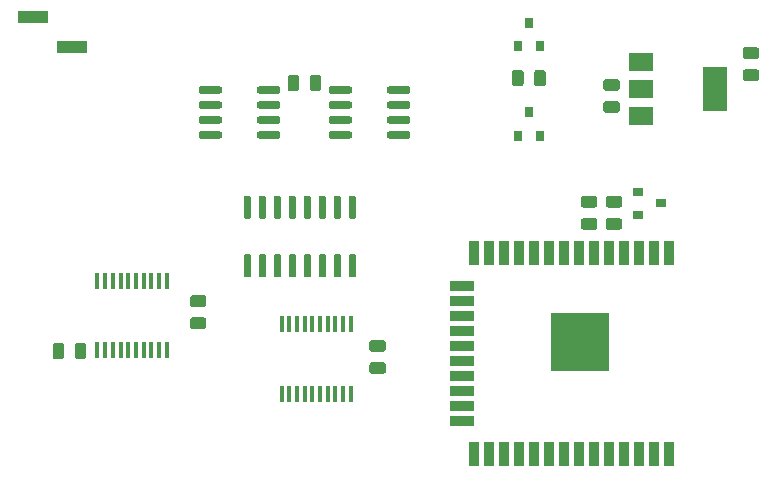
<source format=gbr>
G04 #@! TF.GenerationSoftware,KiCad,Pcbnew,5.1.5+dfsg1-2build2*
G04 #@! TF.CreationDate,2021-11-13T09:21:49+00:00*
G04 #@! TF.ProjectId,psion-org2-power,7073696f-6e2d-46f7-9267-322d706f7765,rev?*
G04 #@! TF.SameCoordinates,Original*
G04 #@! TF.FileFunction,Paste,Top*
G04 #@! TF.FilePolarity,Positive*
%FSLAX46Y46*%
G04 Gerber Fmt 4.6, Leading zero omitted, Abs format (unit mm)*
G04 Created by KiCad (PCBNEW 5.1.5+dfsg1-2build2) date 2021-11-13 09:21:49*
%MOMM*%
%LPD*%
G04 APERTURE LIST*
%ADD10R,0.450000X1.450000*%
%ADD11C,0.100000*%
%ADD12R,0.800000X0.900000*%
%ADD13R,2.510000X1.000000*%
%ADD14R,2.000000X1.500000*%
%ADD15R,2.000000X3.800000*%
%ADD16R,0.900000X0.800000*%
%ADD17R,0.900000X2.000000*%
%ADD18R,2.000000X0.900000*%
%ADD19R,5.000000X5.000000*%
G04 APERTURE END LIST*
D10*
X89975000Y-60050000D03*
X90625000Y-60050000D03*
X91275000Y-60050000D03*
X91925000Y-60050000D03*
X92575000Y-60050000D03*
X93225000Y-60050000D03*
X93875000Y-60050000D03*
X94525000Y-60050000D03*
X95175000Y-60050000D03*
X95825000Y-60050000D03*
X95825000Y-65950000D03*
X95175000Y-65950000D03*
X94525000Y-65950000D03*
X93875000Y-65950000D03*
X93225000Y-65950000D03*
X92575000Y-65950000D03*
X91925000Y-65950000D03*
X91275000Y-65950000D03*
X90625000Y-65950000D03*
X89975000Y-65950000D03*
D11*
G36*
X108705142Y-42601174D02*
G01*
X108728803Y-42604684D01*
X108752007Y-42610496D01*
X108774529Y-42618554D01*
X108796153Y-42628782D01*
X108816670Y-42641079D01*
X108835883Y-42655329D01*
X108853607Y-42671393D01*
X108869671Y-42689117D01*
X108883921Y-42708330D01*
X108896218Y-42728847D01*
X108906446Y-42750471D01*
X108914504Y-42772993D01*
X108920316Y-42796197D01*
X108923826Y-42819858D01*
X108925000Y-42843750D01*
X108925000Y-43756250D01*
X108923826Y-43780142D01*
X108920316Y-43803803D01*
X108914504Y-43827007D01*
X108906446Y-43849529D01*
X108896218Y-43871153D01*
X108883921Y-43891670D01*
X108869671Y-43910883D01*
X108853607Y-43928607D01*
X108835883Y-43944671D01*
X108816670Y-43958921D01*
X108796153Y-43971218D01*
X108774529Y-43981446D01*
X108752007Y-43989504D01*
X108728803Y-43995316D01*
X108705142Y-43998826D01*
X108681250Y-44000000D01*
X108193750Y-44000000D01*
X108169858Y-43998826D01*
X108146197Y-43995316D01*
X108122993Y-43989504D01*
X108100471Y-43981446D01*
X108078847Y-43971218D01*
X108058330Y-43958921D01*
X108039117Y-43944671D01*
X108021393Y-43928607D01*
X108005329Y-43910883D01*
X107991079Y-43891670D01*
X107978782Y-43871153D01*
X107968554Y-43849529D01*
X107960496Y-43827007D01*
X107954684Y-43803803D01*
X107951174Y-43780142D01*
X107950000Y-43756250D01*
X107950000Y-42843750D01*
X107951174Y-42819858D01*
X107954684Y-42796197D01*
X107960496Y-42772993D01*
X107968554Y-42750471D01*
X107978782Y-42728847D01*
X107991079Y-42708330D01*
X108005329Y-42689117D01*
X108021393Y-42671393D01*
X108039117Y-42655329D01*
X108058330Y-42641079D01*
X108078847Y-42628782D01*
X108100471Y-42618554D01*
X108122993Y-42610496D01*
X108146197Y-42604684D01*
X108169858Y-42601174D01*
X108193750Y-42600000D01*
X108681250Y-42600000D01*
X108705142Y-42601174D01*
G37*
G36*
X106830142Y-42601174D02*
G01*
X106853803Y-42604684D01*
X106877007Y-42610496D01*
X106899529Y-42618554D01*
X106921153Y-42628782D01*
X106941670Y-42641079D01*
X106960883Y-42655329D01*
X106978607Y-42671393D01*
X106994671Y-42689117D01*
X107008921Y-42708330D01*
X107021218Y-42728847D01*
X107031446Y-42750471D01*
X107039504Y-42772993D01*
X107045316Y-42796197D01*
X107048826Y-42819858D01*
X107050000Y-42843750D01*
X107050000Y-43756250D01*
X107048826Y-43780142D01*
X107045316Y-43803803D01*
X107039504Y-43827007D01*
X107031446Y-43849529D01*
X107021218Y-43871153D01*
X107008921Y-43891670D01*
X106994671Y-43910883D01*
X106978607Y-43928607D01*
X106960883Y-43944671D01*
X106941670Y-43958921D01*
X106921153Y-43971218D01*
X106899529Y-43981446D01*
X106877007Y-43989504D01*
X106853803Y-43995316D01*
X106830142Y-43998826D01*
X106806250Y-44000000D01*
X106318750Y-44000000D01*
X106294858Y-43998826D01*
X106271197Y-43995316D01*
X106247993Y-43989504D01*
X106225471Y-43981446D01*
X106203847Y-43971218D01*
X106183330Y-43958921D01*
X106164117Y-43944671D01*
X106146393Y-43928607D01*
X106130329Y-43910883D01*
X106116079Y-43891670D01*
X106103782Y-43871153D01*
X106093554Y-43849529D01*
X106085496Y-43827007D01*
X106079684Y-43803803D01*
X106076174Y-43780142D01*
X106075000Y-43756250D01*
X106075000Y-42843750D01*
X106076174Y-42819858D01*
X106079684Y-42796197D01*
X106085496Y-42772993D01*
X106093554Y-42750471D01*
X106103782Y-42728847D01*
X106116079Y-42708330D01*
X106130329Y-42689117D01*
X106146393Y-42671393D01*
X106164117Y-42655329D01*
X106183330Y-42641079D01*
X106203847Y-42628782D01*
X106225471Y-42618554D01*
X106247993Y-42610496D01*
X106271197Y-42604684D01*
X106294858Y-42601174D01*
X106318750Y-42600000D01*
X106806250Y-42600000D01*
X106830142Y-42601174D01*
G37*
D10*
X111425000Y-69650000D03*
X110775000Y-69650000D03*
X110125000Y-69650000D03*
X109475000Y-69650000D03*
X108825000Y-69650000D03*
X108175000Y-69650000D03*
X107525000Y-69650000D03*
X106875000Y-69650000D03*
X106225000Y-69650000D03*
X105575000Y-69650000D03*
X105575000Y-63750000D03*
X106225000Y-63750000D03*
X106875000Y-63750000D03*
X107525000Y-63750000D03*
X108175000Y-63750000D03*
X108825000Y-63750000D03*
X109475000Y-63750000D03*
X110125000Y-63750000D03*
X110775000Y-63750000D03*
X111425000Y-63750000D03*
D12*
X126500000Y-38200000D03*
X127450000Y-40200000D03*
X125550000Y-40200000D03*
X126500000Y-45800000D03*
X127450000Y-47800000D03*
X125550000Y-47800000D03*
D11*
G36*
X125830142Y-42201174D02*
G01*
X125853803Y-42204684D01*
X125877007Y-42210496D01*
X125899529Y-42218554D01*
X125921153Y-42228782D01*
X125941670Y-42241079D01*
X125960883Y-42255329D01*
X125978607Y-42271393D01*
X125994671Y-42289117D01*
X126008921Y-42308330D01*
X126021218Y-42328847D01*
X126031446Y-42350471D01*
X126039504Y-42372993D01*
X126045316Y-42396197D01*
X126048826Y-42419858D01*
X126050000Y-42443750D01*
X126050000Y-43356250D01*
X126048826Y-43380142D01*
X126045316Y-43403803D01*
X126039504Y-43427007D01*
X126031446Y-43449529D01*
X126021218Y-43471153D01*
X126008921Y-43491670D01*
X125994671Y-43510883D01*
X125978607Y-43528607D01*
X125960883Y-43544671D01*
X125941670Y-43558921D01*
X125921153Y-43571218D01*
X125899529Y-43581446D01*
X125877007Y-43589504D01*
X125853803Y-43595316D01*
X125830142Y-43598826D01*
X125806250Y-43600000D01*
X125318750Y-43600000D01*
X125294858Y-43598826D01*
X125271197Y-43595316D01*
X125247993Y-43589504D01*
X125225471Y-43581446D01*
X125203847Y-43571218D01*
X125183330Y-43558921D01*
X125164117Y-43544671D01*
X125146393Y-43528607D01*
X125130329Y-43510883D01*
X125116079Y-43491670D01*
X125103782Y-43471153D01*
X125093554Y-43449529D01*
X125085496Y-43427007D01*
X125079684Y-43403803D01*
X125076174Y-43380142D01*
X125075000Y-43356250D01*
X125075000Y-42443750D01*
X125076174Y-42419858D01*
X125079684Y-42396197D01*
X125085496Y-42372993D01*
X125093554Y-42350471D01*
X125103782Y-42328847D01*
X125116079Y-42308330D01*
X125130329Y-42289117D01*
X125146393Y-42271393D01*
X125164117Y-42255329D01*
X125183330Y-42241079D01*
X125203847Y-42228782D01*
X125225471Y-42218554D01*
X125247993Y-42210496D01*
X125271197Y-42204684D01*
X125294858Y-42201174D01*
X125318750Y-42200000D01*
X125806250Y-42200000D01*
X125830142Y-42201174D01*
G37*
G36*
X127705142Y-42201174D02*
G01*
X127728803Y-42204684D01*
X127752007Y-42210496D01*
X127774529Y-42218554D01*
X127796153Y-42228782D01*
X127816670Y-42241079D01*
X127835883Y-42255329D01*
X127853607Y-42271393D01*
X127869671Y-42289117D01*
X127883921Y-42308330D01*
X127896218Y-42328847D01*
X127906446Y-42350471D01*
X127914504Y-42372993D01*
X127920316Y-42396197D01*
X127923826Y-42419858D01*
X127925000Y-42443750D01*
X127925000Y-43356250D01*
X127923826Y-43380142D01*
X127920316Y-43403803D01*
X127914504Y-43427007D01*
X127906446Y-43449529D01*
X127896218Y-43471153D01*
X127883921Y-43491670D01*
X127869671Y-43510883D01*
X127853607Y-43528607D01*
X127835883Y-43544671D01*
X127816670Y-43558921D01*
X127796153Y-43571218D01*
X127774529Y-43581446D01*
X127752007Y-43589504D01*
X127728803Y-43595316D01*
X127705142Y-43598826D01*
X127681250Y-43600000D01*
X127193750Y-43600000D01*
X127169858Y-43598826D01*
X127146197Y-43595316D01*
X127122993Y-43589504D01*
X127100471Y-43581446D01*
X127078847Y-43571218D01*
X127058330Y-43558921D01*
X127039117Y-43544671D01*
X127021393Y-43528607D01*
X127005329Y-43510883D01*
X126991079Y-43491670D01*
X126978782Y-43471153D01*
X126968554Y-43449529D01*
X126960496Y-43427007D01*
X126954684Y-43403803D01*
X126951174Y-43380142D01*
X126950000Y-43356250D01*
X126950000Y-42443750D01*
X126951174Y-42419858D01*
X126954684Y-42396197D01*
X126960496Y-42372993D01*
X126968554Y-42350471D01*
X126978782Y-42328847D01*
X126991079Y-42308330D01*
X127005329Y-42289117D01*
X127021393Y-42271393D01*
X127039117Y-42255329D01*
X127058330Y-42241079D01*
X127078847Y-42228782D01*
X127100471Y-42218554D01*
X127122993Y-42210496D01*
X127146197Y-42204684D01*
X127169858Y-42201174D01*
X127193750Y-42200000D01*
X127681250Y-42200000D01*
X127705142Y-42201174D01*
G37*
D13*
X87855000Y-40270000D03*
X84545000Y-37730000D03*
D11*
G36*
X116314703Y-43595722D02*
G01*
X116329264Y-43597882D01*
X116343543Y-43601459D01*
X116357403Y-43606418D01*
X116370710Y-43612712D01*
X116383336Y-43620280D01*
X116395159Y-43629048D01*
X116406066Y-43638934D01*
X116415952Y-43649841D01*
X116424720Y-43661664D01*
X116432288Y-43674290D01*
X116438582Y-43687597D01*
X116443541Y-43701457D01*
X116447118Y-43715736D01*
X116449278Y-43730297D01*
X116450000Y-43745000D01*
X116450000Y-44045000D01*
X116449278Y-44059703D01*
X116447118Y-44074264D01*
X116443541Y-44088543D01*
X116438582Y-44102403D01*
X116432288Y-44115710D01*
X116424720Y-44128336D01*
X116415952Y-44140159D01*
X116406066Y-44151066D01*
X116395159Y-44160952D01*
X116383336Y-44169720D01*
X116370710Y-44177288D01*
X116357403Y-44183582D01*
X116343543Y-44188541D01*
X116329264Y-44192118D01*
X116314703Y-44194278D01*
X116300000Y-44195000D01*
X114650000Y-44195000D01*
X114635297Y-44194278D01*
X114620736Y-44192118D01*
X114606457Y-44188541D01*
X114592597Y-44183582D01*
X114579290Y-44177288D01*
X114566664Y-44169720D01*
X114554841Y-44160952D01*
X114543934Y-44151066D01*
X114534048Y-44140159D01*
X114525280Y-44128336D01*
X114517712Y-44115710D01*
X114511418Y-44102403D01*
X114506459Y-44088543D01*
X114502882Y-44074264D01*
X114500722Y-44059703D01*
X114500000Y-44045000D01*
X114500000Y-43745000D01*
X114500722Y-43730297D01*
X114502882Y-43715736D01*
X114506459Y-43701457D01*
X114511418Y-43687597D01*
X114517712Y-43674290D01*
X114525280Y-43661664D01*
X114534048Y-43649841D01*
X114543934Y-43638934D01*
X114554841Y-43629048D01*
X114566664Y-43620280D01*
X114579290Y-43612712D01*
X114592597Y-43606418D01*
X114606457Y-43601459D01*
X114620736Y-43597882D01*
X114635297Y-43595722D01*
X114650000Y-43595000D01*
X116300000Y-43595000D01*
X116314703Y-43595722D01*
G37*
G36*
X116314703Y-44865722D02*
G01*
X116329264Y-44867882D01*
X116343543Y-44871459D01*
X116357403Y-44876418D01*
X116370710Y-44882712D01*
X116383336Y-44890280D01*
X116395159Y-44899048D01*
X116406066Y-44908934D01*
X116415952Y-44919841D01*
X116424720Y-44931664D01*
X116432288Y-44944290D01*
X116438582Y-44957597D01*
X116443541Y-44971457D01*
X116447118Y-44985736D01*
X116449278Y-45000297D01*
X116450000Y-45015000D01*
X116450000Y-45315000D01*
X116449278Y-45329703D01*
X116447118Y-45344264D01*
X116443541Y-45358543D01*
X116438582Y-45372403D01*
X116432288Y-45385710D01*
X116424720Y-45398336D01*
X116415952Y-45410159D01*
X116406066Y-45421066D01*
X116395159Y-45430952D01*
X116383336Y-45439720D01*
X116370710Y-45447288D01*
X116357403Y-45453582D01*
X116343543Y-45458541D01*
X116329264Y-45462118D01*
X116314703Y-45464278D01*
X116300000Y-45465000D01*
X114650000Y-45465000D01*
X114635297Y-45464278D01*
X114620736Y-45462118D01*
X114606457Y-45458541D01*
X114592597Y-45453582D01*
X114579290Y-45447288D01*
X114566664Y-45439720D01*
X114554841Y-45430952D01*
X114543934Y-45421066D01*
X114534048Y-45410159D01*
X114525280Y-45398336D01*
X114517712Y-45385710D01*
X114511418Y-45372403D01*
X114506459Y-45358543D01*
X114502882Y-45344264D01*
X114500722Y-45329703D01*
X114500000Y-45315000D01*
X114500000Y-45015000D01*
X114500722Y-45000297D01*
X114502882Y-44985736D01*
X114506459Y-44971457D01*
X114511418Y-44957597D01*
X114517712Y-44944290D01*
X114525280Y-44931664D01*
X114534048Y-44919841D01*
X114543934Y-44908934D01*
X114554841Y-44899048D01*
X114566664Y-44890280D01*
X114579290Y-44882712D01*
X114592597Y-44876418D01*
X114606457Y-44871459D01*
X114620736Y-44867882D01*
X114635297Y-44865722D01*
X114650000Y-44865000D01*
X116300000Y-44865000D01*
X116314703Y-44865722D01*
G37*
G36*
X116314703Y-46135722D02*
G01*
X116329264Y-46137882D01*
X116343543Y-46141459D01*
X116357403Y-46146418D01*
X116370710Y-46152712D01*
X116383336Y-46160280D01*
X116395159Y-46169048D01*
X116406066Y-46178934D01*
X116415952Y-46189841D01*
X116424720Y-46201664D01*
X116432288Y-46214290D01*
X116438582Y-46227597D01*
X116443541Y-46241457D01*
X116447118Y-46255736D01*
X116449278Y-46270297D01*
X116450000Y-46285000D01*
X116450000Y-46585000D01*
X116449278Y-46599703D01*
X116447118Y-46614264D01*
X116443541Y-46628543D01*
X116438582Y-46642403D01*
X116432288Y-46655710D01*
X116424720Y-46668336D01*
X116415952Y-46680159D01*
X116406066Y-46691066D01*
X116395159Y-46700952D01*
X116383336Y-46709720D01*
X116370710Y-46717288D01*
X116357403Y-46723582D01*
X116343543Y-46728541D01*
X116329264Y-46732118D01*
X116314703Y-46734278D01*
X116300000Y-46735000D01*
X114650000Y-46735000D01*
X114635297Y-46734278D01*
X114620736Y-46732118D01*
X114606457Y-46728541D01*
X114592597Y-46723582D01*
X114579290Y-46717288D01*
X114566664Y-46709720D01*
X114554841Y-46700952D01*
X114543934Y-46691066D01*
X114534048Y-46680159D01*
X114525280Y-46668336D01*
X114517712Y-46655710D01*
X114511418Y-46642403D01*
X114506459Y-46628543D01*
X114502882Y-46614264D01*
X114500722Y-46599703D01*
X114500000Y-46585000D01*
X114500000Y-46285000D01*
X114500722Y-46270297D01*
X114502882Y-46255736D01*
X114506459Y-46241457D01*
X114511418Y-46227597D01*
X114517712Y-46214290D01*
X114525280Y-46201664D01*
X114534048Y-46189841D01*
X114543934Y-46178934D01*
X114554841Y-46169048D01*
X114566664Y-46160280D01*
X114579290Y-46152712D01*
X114592597Y-46146418D01*
X114606457Y-46141459D01*
X114620736Y-46137882D01*
X114635297Y-46135722D01*
X114650000Y-46135000D01*
X116300000Y-46135000D01*
X116314703Y-46135722D01*
G37*
G36*
X116314703Y-47405722D02*
G01*
X116329264Y-47407882D01*
X116343543Y-47411459D01*
X116357403Y-47416418D01*
X116370710Y-47422712D01*
X116383336Y-47430280D01*
X116395159Y-47439048D01*
X116406066Y-47448934D01*
X116415952Y-47459841D01*
X116424720Y-47471664D01*
X116432288Y-47484290D01*
X116438582Y-47497597D01*
X116443541Y-47511457D01*
X116447118Y-47525736D01*
X116449278Y-47540297D01*
X116450000Y-47555000D01*
X116450000Y-47855000D01*
X116449278Y-47869703D01*
X116447118Y-47884264D01*
X116443541Y-47898543D01*
X116438582Y-47912403D01*
X116432288Y-47925710D01*
X116424720Y-47938336D01*
X116415952Y-47950159D01*
X116406066Y-47961066D01*
X116395159Y-47970952D01*
X116383336Y-47979720D01*
X116370710Y-47987288D01*
X116357403Y-47993582D01*
X116343543Y-47998541D01*
X116329264Y-48002118D01*
X116314703Y-48004278D01*
X116300000Y-48005000D01*
X114650000Y-48005000D01*
X114635297Y-48004278D01*
X114620736Y-48002118D01*
X114606457Y-47998541D01*
X114592597Y-47993582D01*
X114579290Y-47987288D01*
X114566664Y-47979720D01*
X114554841Y-47970952D01*
X114543934Y-47961066D01*
X114534048Y-47950159D01*
X114525280Y-47938336D01*
X114517712Y-47925710D01*
X114511418Y-47912403D01*
X114506459Y-47898543D01*
X114502882Y-47884264D01*
X114500722Y-47869703D01*
X114500000Y-47855000D01*
X114500000Y-47555000D01*
X114500722Y-47540297D01*
X114502882Y-47525736D01*
X114506459Y-47511457D01*
X114511418Y-47497597D01*
X114517712Y-47484290D01*
X114525280Y-47471664D01*
X114534048Y-47459841D01*
X114543934Y-47448934D01*
X114554841Y-47439048D01*
X114566664Y-47430280D01*
X114579290Y-47422712D01*
X114592597Y-47416418D01*
X114606457Y-47411459D01*
X114620736Y-47407882D01*
X114635297Y-47405722D01*
X114650000Y-47405000D01*
X116300000Y-47405000D01*
X116314703Y-47405722D01*
G37*
G36*
X111364703Y-47405722D02*
G01*
X111379264Y-47407882D01*
X111393543Y-47411459D01*
X111407403Y-47416418D01*
X111420710Y-47422712D01*
X111433336Y-47430280D01*
X111445159Y-47439048D01*
X111456066Y-47448934D01*
X111465952Y-47459841D01*
X111474720Y-47471664D01*
X111482288Y-47484290D01*
X111488582Y-47497597D01*
X111493541Y-47511457D01*
X111497118Y-47525736D01*
X111499278Y-47540297D01*
X111500000Y-47555000D01*
X111500000Y-47855000D01*
X111499278Y-47869703D01*
X111497118Y-47884264D01*
X111493541Y-47898543D01*
X111488582Y-47912403D01*
X111482288Y-47925710D01*
X111474720Y-47938336D01*
X111465952Y-47950159D01*
X111456066Y-47961066D01*
X111445159Y-47970952D01*
X111433336Y-47979720D01*
X111420710Y-47987288D01*
X111407403Y-47993582D01*
X111393543Y-47998541D01*
X111379264Y-48002118D01*
X111364703Y-48004278D01*
X111350000Y-48005000D01*
X109700000Y-48005000D01*
X109685297Y-48004278D01*
X109670736Y-48002118D01*
X109656457Y-47998541D01*
X109642597Y-47993582D01*
X109629290Y-47987288D01*
X109616664Y-47979720D01*
X109604841Y-47970952D01*
X109593934Y-47961066D01*
X109584048Y-47950159D01*
X109575280Y-47938336D01*
X109567712Y-47925710D01*
X109561418Y-47912403D01*
X109556459Y-47898543D01*
X109552882Y-47884264D01*
X109550722Y-47869703D01*
X109550000Y-47855000D01*
X109550000Y-47555000D01*
X109550722Y-47540297D01*
X109552882Y-47525736D01*
X109556459Y-47511457D01*
X109561418Y-47497597D01*
X109567712Y-47484290D01*
X109575280Y-47471664D01*
X109584048Y-47459841D01*
X109593934Y-47448934D01*
X109604841Y-47439048D01*
X109616664Y-47430280D01*
X109629290Y-47422712D01*
X109642597Y-47416418D01*
X109656457Y-47411459D01*
X109670736Y-47407882D01*
X109685297Y-47405722D01*
X109700000Y-47405000D01*
X111350000Y-47405000D01*
X111364703Y-47405722D01*
G37*
G36*
X111364703Y-46135722D02*
G01*
X111379264Y-46137882D01*
X111393543Y-46141459D01*
X111407403Y-46146418D01*
X111420710Y-46152712D01*
X111433336Y-46160280D01*
X111445159Y-46169048D01*
X111456066Y-46178934D01*
X111465952Y-46189841D01*
X111474720Y-46201664D01*
X111482288Y-46214290D01*
X111488582Y-46227597D01*
X111493541Y-46241457D01*
X111497118Y-46255736D01*
X111499278Y-46270297D01*
X111500000Y-46285000D01*
X111500000Y-46585000D01*
X111499278Y-46599703D01*
X111497118Y-46614264D01*
X111493541Y-46628543D01*
X111488582Y-46642403D01*
X111482288Y-46655710D01*
X111474720Y-46668336D01*
X111465952Y-46680159D01*
X111456066Y-46691066D01*
X111445159Y-46700952D01*
X111433336Y-46709720D01*
X111420710Y-46717288D01*
X111407403Y-46723582D01*
X111393543Y-46728541D01*
X111379264Y-46732118D01*
X111364703Y-46734278D01*
X111350000Y-46735000D01*
X109700000Y-46735000D01*
X109685297Y-46734278D01*
X109670736Y-46732118D01*
X109656457Y-46728541D01*
X109642597Y-46723582D01*
X109629290Y-46717288D01*
X109616664Y-46709720D01*
X109604841Y-46700952D01*
X109593934Y-46691066D01*
X109584048Y-46680159D01*
X109575280Y-46668336D01*
X109567712Y-46655710D01*
X109561418Y-46642403D01*
X109556459Y-46628543D01*
X109552882Y-46614264D01*
X109550722Y-46599703D01*
X109550000Y-46585000D01*
X109550000Y-46285000D01*
X109550722Y-46270297D01*
X109552882Y-46255736D01*
X109556459Y-46241457D01*
X109561418Y-46227597D01*
X109567712Y-46214290D01*
X109575280Y-46201664D01*
X109584048Y-46189841D01*
X109593934Y-46178934D01*
X109604841Y-46169048D01*
X109616664Y-46160280D01*
X109629290Y-46152712D01*
X109642597Y-46146418D01*
X109656457Y-46141459D01*
X109670736Y-46137882D01*
X109685297Y-46135722D01*
X109700000Y-46135000D01*
X111350000Y-46135000D01*
X111364703Y-46135722D01*
G37*
G36*
X111364703Y-44865722D02*
G01*
X111379264Y-44867882D01*
X111393543Y-44871459D01*
X111407403Y-44876418D01*
X111420710Y-44882712D01*
X111433336Y-44890280D01*
X111445159Y-44899048D01*
X111456066Y-44908934D01*
X111465952Y-44919841D01*
X111474720Y-44931664D01*
X111482288Y-44944290D01*
X111488582Y-44957597D01*
X111493541Y-44971457D01*
X111497118Y-44985736D01*
X111499278Y-45000297D01*
X111500000Y-45015000D01*
X111500000Y-45315000D01*
X111499278Y-45329703D01*
X111497118Y-45344264D01*
X111493541Y-45358543D01*
X111488582Y-45372403D01*
X111482288Y-45385710D01*
X111474720Y-45398336D01*
X111465952Y-45410159D01*
X111456066Y-45421066D01*
X111445159Y-45430952D01*
X111433336Y-45439720D01*
X111420710Y-45447288D01*
X111407403Y-45453582D01*
X111393543Y-45458541D01*
X111379264Y-45462118D01*
X111364703Y-45464278D01*
X111350000Y-45465000D01*
X109700000Y-45465000D01*
X109685297Y-45464278D01*
X109670736Y-45462118D01*
X109656457Y-45458541D01*
X109642597Y-45453582D01*
X109629290Y-45447288D01*
X109616664Y-45439720D01*
X109604841Y-45430952D01*
X109593934Y-45421066D01*
X109584048Y-45410159D01*
X109575280Y-45398336D01*
X109567712Y-45385710D01*
X109561418Y-45372403D01*
X109556459Y-45358543D01*
X109552882Y-45344264D01*
X109550722Y-45329703D01*
X109550000Y-45315000D01*
X109550000Y-45015000D01*
X109550722Y-45000297D01*
X109552882Y-44985736D01*
X109556459Y-44971457D01*
X109561418Y-44957597D01*
X109567712Y-44944290D01*
X109575280Y-44931664D01*
X109584048Y-44919841D01*
X109593934Y-44908934D01*
X109604841Y-44899048D01*
X109616664Y-44890280D01*
X109629290Y-44882712D01*
X109642597Y-44876418D01*
X109656457Y-44871459D01*
X109670736Y-44867882D01*
X109685297Y-44865722D01*
X109700000Y-44865000D01*
X111350000Y-44865000D01*
X111364703Y-44865722D01*
G37*
G36*
X111364703Y-43595722D02*
G01*
X111379264Y-43597882D01*
X111393543Y-43601459D01*
X111407403Y-43606418D01*
X111420710Y-43612712D01*
X111433336Y-43620280D01*
X111445159Y-43629048D01*
X111456066Y-43638934D01*
X111465952Y-43649841D01*
X111474720Y-43661664D01*
X111482288Y-43674290D01*
X111488582Y-43687597D01*
X111493541Y-43701457D01*
X111497118Y-43715736D01*
X111499278Y-43730297D01*
X111500000Y-43745000D01*
X111500000Y-44045000D01*
X111499278Y-44059703D01*
X111497118Y-44074264D01*
X111493541Y-44088543D01*
X111488582Y-44102403D01*
X111482288Y-44115710D01*
X111474720Y-44128336D01*
X111465952Y-44140159D01*
X111456066Y-44151066D01*
X111445159Y-44160952D01*
X111433336Y-44169720D01*
X111420710Y-44177288D01*
X111407403Y-44183582D01*
X111393543Y-44188541D01*
X111379264Y-44192118D01*
X111364703Y-44194278D01*
X111350000Y-44195000D01*
X109700000Y-44195000D01*
X109685297Y-44194278D01*
X109670736Y-44192118D01*
X109656457Y-44188541D01*
X109642597Y-44183582D01*
X109629290Y-44177288D01*
X109616664Y-44169720D01*
X109604841Y-44160952D01*
X109593934Y-44151066D01*
X109584048Y-44140159D01*
X109575280Y-44128336D01*
X109567712Y-44115710D01*
X109561418Y-44102403D01*
X109556459Y-44088543D01*
X109552882Y-44074264D01*
X109550722Y-44059703D01*
X109550000Y-44045000D01*
X109550000Y-43745000D01*
X109550722Y-43730297D01*
X109552882Y-43715736D01*
X109556459Y-43701457D01*
X109561418Y-43687597D01*
X109567712Y-43674290D01*
X109575280Y-43661664D01*
X109584048Y-43649841D01*
X109593934Y-43638934D01*
X109604841Y-43629048D01*
X109616664Y-43620280D01*
X109629290Y-43612712D01*
X109642597Y-43606418D01*
X109656457Y-43601459D01*
X109670736Y-43597882D01*
X109685297Y-43595722D01*
X109700000Y-43595000D01*
X111350000Y-43595000D01*
X111364703Y-43595722D01*
G37*
G36*
X105314703Y-43595722D02*
G01*
X105329264Y-43597882D01*
X105343543Y-43601459D01*
X105357403Y-43606418D01*
X105370710Y-43612712D01*
X105383336Y-43620280D01*
X105395159Y-43629048D01*
X105406066Y-43638934D01*
X105415952Y-43649841D01*
X105424720Y-43661664D01*
X105432288Y-43674290D01*
X105438582Y-43687597D01*
X105443541Y-43701457D01*
X105447118Y-43715736D01*
X105449278Y-43730297D01*
X105450000Y-43745000D01*
X105450000Y-44045000D01*
X105449278Y-44059703D01*
X105447118Y-44074264D01*
X105443541Y-44088543D01*
X105438582Y-44102403D01*
X105432288Y-44115710D01*
X105424720Y-44128336D01*
X105415952Y-44140159D01*
X105406066Y-44151066D01*
X105395159Y-44160952D01*
X105383336Y-44169720D01*
X105370710Y-44177288D01*
X105357403Y-44183582D01*
X105343543Y-44188541D01*
X105329264Y-44192118D01*
X105314703Y-44194278D01*
X105300000Y-44195000D01*
X103650000Y-44195000D01*
X103635297Y-44194278D01*
X103620736Y-44192118D01*
X103606457Y-44188541D01*
X103592597Y-44183582D01*
X103579290Y-44177288D01*
X103566664Y-44169720D01*
X103554841Y-44160952D01*
X103543934Y-44151066D01*
X103534048Y-44140159D01*
X103525280Y-44128336D01*
X103517712Y-44115710D01*
X103511418Y-44102403D01*
X103506459Y-44088543D01*
X103502882Y-44074264D01*
X103500722Y-44059703D01*
X103500000Y-44045000D01*
X103500000Y-43745000D01*
X103500722Y-43730297D01*
X103502882Y-43715736D01*
X103506459Y-43701457D01*
X103511418Y-43687597D01*
X103517712Y-43674290D01*
X103525280Y-43661664D01*
X103534048Y-43649841D01*
X103543934Y-43638934D01*
X103554841Y-43629048D01*
X103566664Y-43620280D01*
X103579290Y-43612712D01*
X103592597Y-43606418D01*
X103606457Y-43601459D01*
X103620736Y-43597882D01*
X103635297Y-43595722D01*
X103650000Y-43595000D01*
X105300000Y-43595000D01*
X105314703Y-43595722D01*
G37*
G36*
X105314703Y-44865722D02*
G01*
X105329264Y-44867882D01*
X105343543Y-44871459D01*
X105357403Y-44876418D01*
X105370710Y-44882712D01*
X105383336Y-44890280D01*
X105395159Y-44899048D01*
X105406066Y-44908934D01*
X105415952Y-44919841D01*
X105424720Y-44931664D01*
X105432288Y-44944290D01*
X105438582Y-44957597D01*
X105443541Y-44971457D01*
X105447118Y-44985736D01*
X105449278Y-45000297D01*
X105450000Y-45015000D01*
X105450000Y-45315000D01*
X105449278Y-45329703D01*
X105447118Y-45344264D01*
X105443541Y-45358543D01*
X105438582Y-45372403D01*
X105432288Y-45385710D01*
X105424720Y-45398336D01*
X105415952Y-45410159D01*
X105406066Y-45421066D01*
X105395159Y-45430952D01*
X105383336Y-45439720D01*
X105370710Y-45447288D01*
X105357403Y-45453582D01*
X105343543Y-45458541D01*
X105329264Y-45462118D01*
X105314703Y-45464278D01*
X105300000Y-45465000D01*
X103650000Y-45465000D01*
X103635297Y-45464278D01*
X103620736Y-45462118D01*
X103606457Y-45458541D01*
X103592597Y-45453582D01*
X103579290Y-45447288D01*
X103566664Y-45439720D01*
X103554841Y-45430952D01*
X103543934Y-45421066D01*
X103534048Y-45410159D01*
X103525280Y-45398336D01*
X103517712Y-45385710D01*
X103511418Y-45372403D01*
X103506459Y-45358543D01*
X103502882Y-45344264D01*
X103500722Y-45329703D01*
X103500000Y-45315000D01*
X103500000Y-45015000D01*
X103500722Y-45000297D01*
X103502882Y-44985736D01*
X103506459Y-44971457D01*
X103511418Y-44957597D01*
X103517712Y-44944290D01*
X103525280Y-44931664D01*
X103534048Y-44919841D01*
X103543934Y-44908934D01*
X103554841Y-44899048D01*
X103566664Y-44890280D01*
X103579290Y-44882712D01*
X103592597Y-44876418D01*
X103606457Y-44871459D01*
X103620736Y-44867882D01*
X103635297Y-44865722D01*
X103650000Y-44865000D01*
X105300000Y-44865000D01*
X105314703Y-44865722D01*
G37*
G36*
X105314703Y-46135722D02*
G01*
X105329264Y-46137882D01*
X105343543Y-46141459D01*
X105357403Y-46146418D01*
X105370710Y-46152712D01*
X105383336Y-46160280D01*
X105395159Y-46169048D01*
X105406066Y-46178934D01*
X105415952Y-46189841D01*
X105424720Y-46201664D01*
X105432288Y-46214290D01*
X105438582Y-46227597D01*
X105443541Y-46241457D01*
X105447118Y-46255736D01*
X105449278Y-46270297D01*
X105450000Y-46285000D01*
X105450000Y-46585000D01*
X105449278Y-46599703D01*
X105447118Y-46614264D01*
X105443541Y-46628543D01*
X105438582Y-46642403D01*
X105432288Y-46655710D01*
X105424720Y-46668336D01*
X105415952Y-46680159D01*
X105406066Y-46691066D01*
X105395159Y-46700952D01*
X105383336Y-46709720D01*
X105370710Y-46717288D01*
X105357403Y-46723582D01*
X105343543Y-46728541D01*
X105329264Y-46732118D01*
X105314703Y-46734278D01*
X105300000Y-46735000D01*
X103650000Y-46735000D01*
X103635297Y-46734278D01*
X103620736Y-46732118D01*
X103606457Y-46728541D01*
X103592597Y-46723582D01*
X103579290Y-46717288D01*
X103566664Y-46709720D01*
X103554841Y-46700952D01*
X103543934Y-46691066D01*
X103534048Y-46680159D01*
X103525280Y-46668336D01*
X103517712Y-46655710D01*
X103511418Y-46642403D01*
X103506459Y-46628543D01*
X103502882Y-46614264D01*
X103500722Y-46599703D01*
X103500000Y-46585000D01*
X103500000Y-46285000D01*
X103500722Y-46270297D01*
X103502882Y-46255736D01*
X103506459Y-46241457D01*
X103511418Y-46227597D01*
X103517712Y-46214290D01*
X103525280Y-46201664D01*
X103534048Y-46189841D01*
X103543934Y-46178934D01*
X103554841Y-46169048D01*
X103566664Y-46160280D01*
X103579290Y-46152712D01*
X103592597Y-46146418D01*
X103606457Y-46141459D01*
X103620736Y-46137882D01*
X103635297Y-46135722D01*
X103650000Y-46135000D01*
X105300000Y-46135000D01*
X105314703Y-46135722D01*
G37*
G36*
X105314703Y-47405722D02*
G01*
X105329264Y-47407882D01*
X105343543Y-47411459D01*
X105357403Y-47416418D01*
X105370710Y-47422712D01*
X105383336Y-47430280D01*
X105395159Y-47439048D01*
X105406066Y-47448934D01*
X105415952Y-47459841D01*
X105424720Y-47471664D01*
X105432288Y-47484290D01*
X105438582Y-47497597D01*
X105443541Y-47511457D01*
X105447118Y-47525736D01*
X105449278Y-47540297D01*
X105450000Y-47555000D01*
X105450000Y-47855000D01*
X105449278Y-47869703D01*
X105447118Y-47884264D01*
X105443541Y-47898543D01*
X105438582Y-47912403D01*
X105432288Y-47925710D01*
X105424720Y-47938336D01*
X105415952Y-47950159D01*
X105406066Y-47961066D01*
X105395159Y-47970952D01*
X105383336Y-47979720D01*
X105370710Y-47987288D01*
X105357403Y-47993582D01*
X105343543Y-47998541D01*
X105329264Y-48002118D01*
X105314703Y-48004278D01*
X105300000Y-48005000D01*
X103650000Y-48005000D01*
X103635297Y-48004278D01*
X103620736Y-48002118D01*
X103606457Y-47998541D01*
X103592597Y-47993582D01*
X103579290Y-47987288D01*
X103566664Y-47979720D01*
X103554841Y-47970952D01*
X103543934Y-47961066D01*
X103534048Y-47950159D01*
X103525280Y-47938336D01*
X103517712Y-47925710D01*
X103511418Y-47912403D01*
X103506459Y-47898543D01*
X103502882Y-47884264D01*
X103500722Y-47869703D01*
X103500000Y-47855000D01*
X103500000Y-47555000D01*
X103500722Y-47540297D01*
X103502882Y-47525736D01*
X103506459Y-47511457D01*
X103511418Y-47497597D01*
X103517712Y-47484290D01*
X103525280Y-47471664D01*
X103534048Y-47459841D01*
X103543934Y-47448934D01*
X103554841Y-47439048D01*
X103566664Y-47430280D01*
X103579290Y-47422712D01*
X103592597Y-47416418D01*
X103606457Y-47411459D01*
X103620736Y-47407882D01*
X103635297Y-47405722D01*
X103650000Y-47405000D01*
X105300000Y-47405000D01*
X105314703Y-47405722D01*
G37*
G36*
X100364703Y-47405722D02*
G01*
X100379264Y-47407882D01*
X100393543Y-47411459D01*
X100407403Y-47416418D01*
X100420710Y-47422712D01*
X100433336Y-47430280D01*
X100445159Y-47439048D01*
X100456066Y-47448934D01*
X100465952Y-47459841D01*
X100474720Y-47471664D01*
X100482288Y-47484290D01*
X100488582Y-47497597D01*
X100493541Y-47511457D01*
X100497118Y-47525736D01*
X100499278Y-47540297D01*
X100500000Y-47555000D01*
X100500000Y-47855000D01*
X100499278Y-47869703D01*
X100497118Y-47884264D01*
X100493541Y-47898543D01*
X100488582Y-47912403D01*
X100482288Y-47925710D01*
X100474720Y-47938336D01*
X100465952Y-47950159D01*
X100456066Y-47961066D01*
X100445159Y-47970952D01*
X100433336Y-47979720D01*
X100420710Y-47987288D01*
X100407403Y-47993582D01*
X100393543Y-47998541D01*
X100379264Y-48002118D01*
X100364703Y-48004278D01*
X100350000Y-48005000D01*
X98700000Y-48005000D01*
X98685297Y-48004278D01*
X98670736Y-48002118D01*
X98656457Y-47998541D01*
X98642597Y-47993582D01*
X98629290Y-47987288D01*
X98616664Y-47979720D01*
X98604841Y-47970952D01*
X98593934Y-47961066D01*
X98584048Y-47950159D01*
X98575280Y-47938336D01*
X98567712Y-47925710D01*
X98561418Y-47912403D01*
X98556459Y-47898543D01*
X98552882Y-47884264D01*
X98550722Y-47869703D01*
X98550000Y-47855000D01*
X98550000Y-47555000D01*
X98550722Y-47540297D01*
X98552882Y-47525736D01*
X98556459Y-47511457D01*
X98561418Y-47497597D01*
X98567712Y-47484290D01*
X98575280Y-47471664D01*
X98584048Y-47459841D01*
X98593934Y-47448934D01*
X98604841Y-47439048D01*
X98616664Y-47430280D01*
X98629290Y-47422712D01*
X98642597Y-47416418D01*
X98656457Y-47411459D01*
X98670736Y-47407882D01*
X98685297Y-47405722D01*
X98700000Y-47405000D01*
X100350000Y-47405000D01*
X100364703Y-47405722D01*
G37*
G36*
X100364703Y-46135722D02*
G01*
X100379264Y-46137882D01*
X100393543Y-46141459D01*
X100407403Y-46146418D01*
X100420710Y-46152712D01*
X100433336Y-46160280D01*
X100445159Y-46169048D01*
X100456066Y-46178934D01*
X100465952Y-46189841D01*
X100474720Y-46201664D01*
X100482288Y-46214290D01*
X100488582Y-46227597D01*
X100493541Y-46241457D01*
X100497118Y-46255736D01*
X100499278Y-46270297D01*
X100500000Y-46285000D01*
X100500000Y-46585000D01*
X100499278Y-46599703D01*
X100497118Y-46614264D01*
X100493541Y-46628543D01*
X100488582Y-46642403D01*
X100482288Y-46655710D01*
X100474720Y-46668336D01*
X100465952Y-46680159D01*
X100456066Y-46691066D01*
X100445159Y-46700952D01*
X100433336Y-46709720D01*
X100420710Y-46717288D01*
X100407403Y-46723582D01*
X100393543Y-46728541D01*
X100379264Y-46732118D01*
X100364703Y-46734278D01*
X100350000Y-46735000D01*
X98700000Y-46735000D01*
X98685297Y-46734278D01*
X98670736Y-46732118D01*
X98656457Y-46728541D01*
X98642597Y-46723582D01*
X98629290Y-46717288D01*
X98616664Y-46709720D01*
X98604841Y-46700952D01*
X98593934Y-46691066D01*
X98584048Y-46680159D01*
X98575280Y-46668336D01*
X98567712Y-46655710D01*
X98561418Y-46642403D01*
X98556459Y-46628543D01*
X98552882Y-46614264D01*
X98550722Y-46599703D01*
X98550000Y-46585000D01*
X98550000Y-46285000D01*
X98550722Y-46270297D01*
X98552882Y-46255736D01*
X98556459Y-46241457D01*
X98561418Y-46227597D01*
X98567712Y-46214290D01*
X98575280Y-46201664D01*
X98584048Y-46189841D01*
X98593934Y-46178934D01*
X98604841Y-46169048D01*
X98616664Y-46160280D01*
X98629290Y-46152712D01*
X98642597Y-46146418D01*
X98656457Y-46141459D01*
X98670736Y-46137882D01*
X98685297Y-46135722D01*
X98700000Y-46135000D01*
X100350000Y-46135000D01*
X100364703Y-46135722D01*
G37*
G36*
X100364703Y-44865722D02*
G01*
X100379264Y-44867882D01*
X100393543Y-44871459D01*
X100407403Y-44876418D01*
X100420710Y-44882712D01*
X100433336Y-44890280D01*
X100445159Y-44899048D01*
X100456066Y-44908934D01*
X100465952Y-44919841D01*
X100474720Y-44931664D01*
X100482288Y-44944290D01*
X100488582Y-44957597D01*
X100493541Y-44971457D01*
X100497118Y-44985736D01*
X100499278Y-45000297D01*
X100500000Y-45015000D01*
X100500000Y-45315000D01*
X100499278Y-45329703D01*
X100497118Y-45344264D01*
X100493541Y-45358543D01*
X100488582Y-45372403D01*
X100482288Y-45385710D01*
X100474720Y-45398336D01*
X100465952Y-45410159D01*
X100456066Y-45421066D01*
X100445159Y-45430952D01*
X100433336Y-45439720D01*
X100420710Y-45447288D01*
X100407403Y-45453582D01*
X100393543Y-45458541D01*
X100379264Y-45462118D01*
X100364703Y-45464278D01*
X100350000Y-45465000D01*
X98700000Y-45465000D01*
X98685297Y-45464278D01*
X98670736Y-45462118D01*
X98656457Y-45458541D01*
X98642597Y-45453582D01*
X98629290Y-45447288D01*
X98616664Y-45439720D01*
X98604841Y-45430952D01*
X98593934Y-45421066D01*
X98584048Y-45410159D01*
X98575280Y-45398336D01*
X98567712Y-45385710D01*
X98561418Y-45372403D01*
X98556459Y-45358543D01*
X98552882Y-45344264D01*
X98550722Y-45329703D01*
X98550000Y-45315000D01*
X98550000Y-45015000D01*
X98550722Y-45000297D01*
X98552882Y-44985736D01*
X98556459Y-44971457D01*
X98561418Y-44957597D01*
X98567712Y-44944290D01*
X98575280Y-44931664D01*
X98584048Y-44919841D01*
X98593934Y-44908934D01*
X98604841Y-44899048D01*
X98616664Y-44890280D01*
X98629290Y-44882712D01*
X98642597Y-44876418D01*
X98656457Y-44871459D01*
X98670736Y-44867882D01*
X98685297Y-44865722D01*
X98700000Y-44865000D01*
X100350000Y-44865000D01*
X100364703Y-44865722D01*
G37*
G36*
X100364703Y-43595722D02*
G01*
X100379264Y-43597882D01*
X100393543Y-43601459D01*
X100407403Y-43606418D01*
X100420710Y-43612712D01*
X100433336Y-43620280D01*
X100445159Y-43629048D01*
X100456066Y-43638934D01*
X100465952Y-43649841D01*
X100474720Y-43661664D01*
X100482288Y-43674290D01*
X100488582Y-43687597D01*
X100493541Y-43701457D01*
X100497118Y-43715736D01*
X100499278Y-43730297D01*
X100500000Y-43745000D01*
X100500000Y-44045000D01*
X100499278Y-44059703D01*
X100497118Y-44074264D01*
X100493541Y-44088543D01*
X100488582Y-44102403D01*
X100482288Y-44115710D01*
X100474720Y-44128336D01*
X100465952Y-44140159D01*
X100456066Y-44151066D01*
X100445159Y-44160952D01*
X100433336Y-44169720D01*
X100420710Y-44177288D01*
X100407403Y-44183582D01*
X100393543Y-44188541D01*
X100379264Y-44192118D01*
X100364703Y-44194278D01*
X100350000Y-44195000D01*
X98700000Y-44195000D01*
X98685297Y-44194278D01*
X98670736Y-44192118D01*
X98656457Y-44188541D01*
X98642597Y-44183582D01*
X98629290Y-44177288D01*
X98616664Y-44169720D01*
X98604841Y-44160952D01*
X98593934Y-44151066D01*
X98584048Y-44140159D01*
X98575280Y-44128336D01*
X98567712Y-44115710D01*
X98561418Y-44102403D01*
X98556459Y-44088543D01*
X98552882Y-44074264D01*
X98550722Y-44059703D01*
X98550000Y-44045000D01*
X98550000Y-43745000D01*
X98550722Y-43730297D01*
X98552882Y-43715736D01*
X98556459Y-43701457D01*
X98561418Y-43687597D01*
X98567712Y-43674290D01*
X98575280Y-43661664D01*
X98584048Y-43649841D01*
X98593934Y-43638934D01*
X98604841Y-43629048D01*
X98616664Y-43620280D01*
X98629290Y-43612712D01*
X98642597Y-43606418D01*
X98656457Y-43601459D01*
X98670736Y-43597882D01*
X98685297Y-43595722D01*
X98700000Y-43595000D01*
X100350000Y-43595000D01*
X100364703Y-43595722D01*
G37*
G36*
X111709703Y-57800722D02*
G01*
X111724264Y-57802882D01*
X111738543Y-57806459D01*
X111752403Y-57811418D01*
X111765710Y-57817712D01*
X111778336Y-57825280D01*
X111790159Y-57834048D01*
X111801066Y-57843934D01*
X111810952Y-57854841D01*
X111819720Y-57866664D01*
X111827288Y-57879290D01*
X111833582Y-57892597D01*
X111838541Y-57906457D01*
X111842118Y-57920736D01*
X111844278Y-57935297D01*
X111845000Y-57950000D01*
X111845000Y-59600000D01*
X111844278Y-59614703D01*
X111842118Y-59629264D01*
X111838541Y-59643543D01*
X111833582Y-59657403D01*
X111827288Y-59670710D01*
X111819720Y-59683336D01*
X111810952Y-59695159D01*
X111801066Y-59706066D01*
X111790159Y-59715952D01*
X111778336Y-59724720D01*
X111765710Y-59732288D01*
X111752403Y-59738582D01*
X111738543Y-59743541D01*
X111724264Y-59747118D01*
X111709703Y-59749278D01*
X111695000Y-59750000D01*
X111395000Y-59750000D01*
X111380297Y-59749278D01*
X111365736Y-59747118D01*
X111351457Y-59743541D01*
X111337597Y-59738582D01*
X111324290Y-59732288D01*
X111311664Y-59724720D01*
X111299841Y-59715952D01*
X111288934Y-59706066D01*
X111279048Y-59695159D01*
X111270280Y-59683336D01*
X111262712Y-59670710D01*
X111256418Y-59657403D01*
X111251459Y-59643543D01*
X111247882Y-59629264D01*
X111245722Y-59614703D01*
X111245000Y-59600000D01*
X111245000Y-57950000D01*
X111245722Y-57935297D01*
X111247882Y-57920736D01*
X111251459Y-57906457D01*
X111256418Y-57892597D01*
X111262712Y-57879290D01*
X111270280Y-57866664D01*
X111279048Y-57854841D01*
X111288934Y-57843934D01*
X111299841Y-57834048D01*
X111311664Y-57825280D01*
X111324290Y-57817712D01*
X111337597Y-57811418D01*
X111351457Y-57806459D01*
X111365736Y-57802882D01*
X111380297Y-57800722D01*
X111395000Y-57800000D01*
X111695000Y-57800000D01*
X111709703Y-57800722D01*
G37*
G36*
X110439703Y-57800722D02*
G01*
X110454264Y-57802882D01*
X110468543Y-57806459D01*
X110482403Y-57811418D01*
X110495710Y-57817712D01*
X110508336Y-57825280D01*
X110520159Y-57834048D01*
X110531066Y-57843934D01*
X110540952Y-57854841D01*
X110549720Y-57866664D01*
X110557288Y-57879290D01*
X110563582Y-57892597D01*
X110568541Y-57906457D01*
X110572118Y-57920736D01*
X110574278Y-57935297D01*
X110575000Y-57950000D01*
X110575000Y-59600000D01*
X110574278Y-59614703D01*
X110572118Y-59629264D01*
X110568541Y-59643543D01*
X110563582Y-59657403D01*
X110557288Y-59670710D01*
X110549720Y-59683336D01*
X110540952Y-59695159D01*
X110531066Y-59706066D01*
X110520159Y-59715952D01*
X110508336Y-59724720D01*
X110495710Y-59732288D01*
X110482403Y-59738582D01*
X110468543Y-59743541D01*
X110454264Y-59747118D01*
X110439703Y-59749278D01*
X110425000Y-59750000D01*
X110125000Y-59750000D01*
X110110297Y-59749278D01*
X110095736Y-59747118D01*
X110081457Y-59743541D01*
X110067597Y-59738582D01*
X110054290Y-59732288D01*
X110041664Y-59724720D01*
X110029841Y-59715952D01*
X110018934Y-59706066D01*
X110009048Y-59695159D01*
X110000280Y-59683336D01*
X109992712Y-59670710D01*
X109986418Y-59657403D01*
X109981459Y-59643543D01*
X109977882Y-59629264D01*
X109975722Y-59614703D01*
X109975000Y-59600000D01*
X109975000Y-57950000D01*
X109975722Y-57935297D01*
X109977882Y-57920736D01*
X109981459Y-57906457D01*
X109986418Y-57892597D01*
X109992712Y-57879290D01*
X110000280Y-57866664D01*
X110009048Y-57854841D01*
X110018934Y-57843934D01*
X110029841Y-57834048D01*
X110041664Y-57825280D01*
X110054290Y-57817712D01*
X110067597Y-57811418D01*
X110081457Y-57806459D01*
X110095736Y-57802882D01*
X110110297Y-57800722D01*
X110125000Y-57800000D01*
X110425000Y-57800000D01*
X110439703Y-57800722D01*
G37*
G36*
X109169703Y-57800722D02*
G01*
X109184264Y-57802882D01*
X109198543Y-57806459D01*
X109212403Y-57811418D01*
X109225710Y-57817712D01*
X109238336Y-57825280D01*
X109250159Y-57834048D01*
X109261066Y-57843934D01*
X109270952Y-57854841D01*
X109279720Y-57866664D01*
X109287288Y-57879290D01*
X109293582Y-57892597D01*
X109298541Y-57906457D01*
X109302118Y-57920736D01*
X109304278Y-57935297D01*
X109305000Y-57950000D01*
X109305000Y-59600000D01*
X109304278Y-59614703D01*
X109302118Y-59629264D01*
X109298541Y-59643543D01*
X109293582Y-59657403D01*
X109287288Y-59670710D01*
X109279720Y-59683336D01*
X109270952Y-59695159D01*
X109261066Y-59706066D01*
X109250159Y-59715952D01*
X109238336Y-59724720D01*
X109225710Y-59732288D01*
X109212403Y-59738582D01*
X109198543Y-59743541D01*
X109184264Y-59747118D01*
X109169703Y-59749278D01*
X109155000Y-59750000D01*
X108855000Y-59750000D01*
X108840297Y-59749278D01*
X108825736Y-59747118D01*
X108811457Y-59743541D01*
X108797597Y-59738582D01*
X108784290Y-59732288D01*
X108771664Y-59724720D01*
X108759841Y-59715952D01*
X108748934Y-59706066D01*
X108739048Y-59695159D01*
X108730280Y-59683336D01*
X108722712Y-59670710D01*
X108716418Y-59657403D01*
X108711459Y-59643543D01*
X108707882Y-59629264D01*
X108705722Y-59614703D01*
X108705000Y-59600000D01*
X108705000Y-57950000D01*
X108705722Y-57935297D01*
X108707882Y-57920736D01*
X108711459Y-57906457D01*
X108716418Y-57892597D01*
X108722712Y-57879290D01*
X108730280Y-57866664D01*
X108739048Y-57854841D01*
X108748934Y-57843934D01*
X108759841Y-57834048D01*
X108771664Y-57825280D01*
X108784290Y-57817712D01*
X108797597Y-57811418D01*
X108811457Y-57806459D01*
X108825736Y-57802882D01*
X108840297Y-57800722D01*
X108855000Y-57800000D01*
X109155000Y-57800000D01*
X109169703Y-57800722D01*
G37*
G36*
X107899703Y-57800722D02*
G01*
X107914264Y-57802882D01*
X107928543Y-57806459D01*
X107942403Y-57811418D01*
X107955710Y-57817712D01*
X107968336Y-57825280D01*
X107980159Y-57834048D01*
X107991066Y-57843934D01*
X108000952Y-57854841D01*
X108009720Y-57866664D01*
X108017288Y-57879290D01*
X108023582Y-57892597D01*
X108028541Y-57906457D01*
X108032118Y-57920736D01*
X108034278Y-57935297D01*
X108035000Y-57950000D01*
X108035000Y-59600000D01*
X108034278Y-59614703D01*
X108032118Y-59629264D01*
X108028541Y-59643543D01*
X108023582Y-59657403D01*
X108017288Y-59670710D01*
X108009720Y-59683336D01*
X108000952Y-59695159D01*
X107991066Y-59706066D01*
X107980159Y-59715952D01*
X107968336Y-59724720D01*
X107955710Y-59732288D01*
X107942403Y-59738582D01*
X107928543Y-59743541D01*
X107914264Y-59747118D01*
X107899703Y-59749278D01*
X107885000Y-59750000D01*
X107585000Y-59750000D01*
X107570297Y-59749278D01*
X107555736Y-59747118D01*
X107541457Y-59743541D01*
X107527597Y-59738582D01*
X107514290Y-59732288D01*
X107501664Y-59724720D01*
X107489841Y-59715952D01*
X107478934Y-59706066D01*
X107469048Y-59695159D01*
X107460280Y-59683336D01*
X107452712Y-59670710D01*
X107446418Y-59657403D01*
X107441459Y-59643543D01*
X107437882Y-59629264D01*
X107435722Y-59614703D01*
X107435000Y-59600000D01*
X107435000Y-57950000D01*
X107435722Y-57935297D01*
X107437882Y-57920736D01*
X107441459Y-57906457D01*
X107446418Y-57892597D01*
X107452712Y-57879290D01*
X107460280Y-57866664D01*
X107469048Y-57854841D01*
X107478934Y-57843934D01*
X107489841Y-57834048D01*
X107501664Y-57825280D01*
X107514290Y-57817712D01*
X107527597Y-57811418D01*
X107541457Y-57806459D01*
X107555736Y-57802882D01*
X107570297Y-57800722D01*
X107585000Y-57800000D01*
X107885000Y-57800000D01*
X107899703Y-57800722D01*
G37*
G36*
X106629703Y-57800722D02*
G01*
X106644264Y-57802882D01*
X106658543Y-57806459D01*
X106672403Y-57811418D01*
X106685710Y-57817712D01*
X106698336Y-57825280D01*
X106710159Y-57834048D01*
X106721066Y-57843934D01*
X106730952Y-57854841D01*
X106739720Y-57866664D01*
X106747288Y-57879290D01*
X106753582Y-57892597D01*
X106758541Y-57906457D01*
X106762118Y-57920736D01*
X106764278Y-57935297D01*
X106765000Y-57950000D01*
X106765000Y-59600000D01*
X106764278Y-59614703D01*
X106762118Y-59629264D01*
X106758541Y-59643543D01*
X106753582Y-59657403D01*
X106747288Y-59670710D01*
X106739720Y-59683336D01*
X106730952Y-59695159D01*
X106721066Y-59706066D01*
X106710159Y-59715952D01*
X106698336Y-59724720D01*
X106685710Y-59732288D01*
X106672403Y-59738582D01*
X106658543Y-59743541D01*
X106644264Y-59747118D01*
X106629703Y-59749278D01*
X106615000Y-59750000D01*
X106315000Y-59750000D01*
X106300297Y-59749278D01*
X106285736Y-59747118D01*
X106271457Y-59743541D01*
X106257597Y-59738582D01*
X106244290Y-59732288D01*
X106231664Y-59724720D01*
X106219841Y-59715952D01*
X106208934Y-59706066D01*
X106199048Y-59695159D01*
X106190280Y-59683336D01*
X106182712Y-59670710D01*
X106176418Y-59657403D01*
X106171459Y-59643543D01*
X106167882Y-59629264D01*
X106165722Y-59614703D01*
X106165000Y-59600000D01*
X106165000Y-57950000D01*
X106165722Y-57935297D01*
X106167882Y-57920736D01*
X106171459Y-57906457D01*
X106176418Y-57892597D01*
X106182712Y-57879290D01*
X106190280Y-57866664D01*
X106199048Y-57854841D01*
X106208934Y-57843934D01*
X106219841Y-57834048D01*
X106231664Y-57825280D01*
X106244290Y-57817712D01*
X106257597Y-57811418D01*
X106271457Y-57806459D01*
X106285736Y-57802882D01*
X106300297Y-57800722D01*
X106315000Y-57800000D01*
X106615000Y-57800000D01*
X106629703Y-57800722D01*
G37*
G36*
X105359703Y-57800722D02*
G01*
X105374264Y-57802882D01*
X105388543Y-57806459D01*
X105402403Y-57811418D01*
X105415710Y-57817712D01*
X105428336Y-57825280D01*
X105440159Y-57834048D01*
X105451066Y-57843934D01*
X105460952Y-57854841D01*
X105469720Y-57866664D01*
X105477288Y-57879290D01*
X105483582Y-57892597D01*
X105488541Y-57906457D01*
X105492118Y-57920736D01*
X105494278Y-57935297D01*
X105495000Y-57950000D01*
X105495000Y-59600000D01*
X105494278Y-59614703D01*
X105492118Y-59629264D01*
X105488541Y-59643543D01*
X105483582Y-59657403D01*
X105477288Y-59670710D01*
X105469720Y-59683336D01*
X105460952Y-59695159D01*
X105451066Y-59706066D01*
X105440159Y-59715952D01*
X105428336Y-59724720D01*
X105415710Y-59732288D01*
X105402403Y-59738582D01*
X105388543Y-59743541D01*
X105374264Y-59747118D01*
X105359703Y-59749278D01*
X105345000Y-59750000D01*
X105045000Y-59750000D01*
X105030297Y-59749278D01*
X105015736Y-59747118D01*
X105001457Y-59743541D01*
X104987597Y-59738582D01*
X104974290Y-59732288D01*
X104961664Y-59724720D01*
X104949841Y-59715952D01*
X104938934Y-59706066D01*
X104929048Y-59695159D01*
X104920280Y-59683336D01*
X104912712Y-59670710D01*
X104906418Y-59657403D01*
X104901459Y-59643543D01*
X104897882Y-59629264D01*
X104895722Y-59614703D01*
X104895000Y-59600000D01*
X104895000Y-57950000D01*
X104895722Y-57935297D01*
X104897882Y-57920736D01*
X104901459Y-57906457D01*
X104906418Y-57892597D01*
X104912712Y-57879290D01*
X104920280Y-57866664D01*
X104929048Y-57854841D01*
X104938934Y-57843934D01*
X104949841Y-57834048D01*
X104961664Y-57825280D01*
X104974290Y-57817712D01*
X104987597Y-57811418D01*
X105001457Y-57806459D01*
X105015736Y-57802882D01*
X105030297Y-57800722D01*
X105045000Y-57800000D01*
X105345000Y-57800000D01*
X105359703Y-57800722D01*
G37*
G36*
X104089703Y-57800722D02*
G01*
X104104264Y-57802882D01*
X104118543Y-57806459D01*
X104132403Y-57811418D01*
X104145710Y-57817712D01*
X104158336Y-57825280D01*
X104170159Y-57834048D01*
X104181066Y-57843934D01*
X104190952Y-57854841D01*
X104199720Y-57866664D01*
X104207288Y-57879290D01*
X104213582Y-57892597D01*
X104218541Y-57906457D01*
X104222118Y-57920736D01*
X104224278Y-57935297D01*
X104225000Y-57950000D01*
X104225000Y-59600000D01*
X104224278Y-59614703D01*
X104222118Y-59629264D01*
X104218541Y-59643543D01*
X104213582Y-59657403D01*
X104207288Y-59670710D01*
X104199720Y-59683336D01*
X104190952Y-59695159D01*
X104181066Y-59706066D01*
X104170159Y-59715952D01*
X104158336Y-59724720D01*
X104145710Y-59732288D01*
X104132403Y-59738582D01*
X104118543Y-59743541D01*
X104104264Y-59747118D01*
X104089703Y-59749278D01*
X104075000Y-59750000D01*
X103775000Y-59750000D01*
X103760297Y-59749278D01*
X103745736Y-59747118D01*
X103731457Y-59743541D01*
X103717597Y-59738582D01*
X103704290Y-59732288D01*
X103691664Y-59724720D01*
X103679841Y-59715952D01*
X103668934Y-59706066D01*
X103659048Y-59695159D01*
X103650280Y-59683336D01*
X103642712Y-59670710D01*
X103636418Y-59657403D01*
X103631459Y-59643543D01*
X103627882Y-59629264D01*
X103625722Y-59614703D01*
X103625000Y-59600000D01*
X103625000Y-57950000D01*
X103625722Y-57935297D01*
X103627882Y-57920736D01*
X103631459Y-57906457D01*
X103636418Y-57892597D01*
X103642712Y-57879290D01*
X103650280Y-57866664D01*
X103659048Y-57854841D01*
X103668934Y-57843934D01*
X103679841Y-57834048D01*
X103691664Y-57825280D01*
X103704290Y-57817712D01*
X103717597Y-57811418D01*
X103731457Y-57806459D01*
X103745736Y-57802882D01*
X103760297Y-57800722D01*
X103775000Y-57800000D01*
X104075000Y-57800000D01*
X104089703Y-57800722D01*
G37*
G36*
X102819703Y-57800722D02*
G01*
X102834264Y-57802882D01*
X102848543Y-57806459D01*
X102862403Y-57811418D01*
X102875710Y-57817712D01*
X102888336Y-57825280D01*
X102900159Y-57834048D01*
X102911066Y-57843934D01*
X102920952Y-57854841D01*
X102929720Y-57866664D01*
X102937288Y-57879290D01*
X102943582Y-57892597D01*
X102948541Y-57906457D01*
X102952118Y-57920736D01*
X102954278Y-57935297D01*
X102955000Y-57950000D01*
X102955000Y-59600000D01*
X102954278Y-59614703D01*
X102952118Y-59629264D01*
X102948541Y-59643543D01*
X102943582Y-59657403D01*
X102937288Y-59670710D01*
X102929720Y-59683336D01*
X102920952Y-59695159D01*
X102911066Y-59706066D01*
X102900159Y-59715952D01*
X102888336Y-59724720D01*
X102875710Y-59732288D01*
X102862403Y-59738582D01*
X102848543Y-59743541D01*
X102834264Y-59747118D01*
X102819703Y-59749278D01*
X102805000Y-59750000D01*
X102505000Y-59750000D01*
X102490297Y-59749278D01*
X102475736Y-59747118D01*
X102461457Y-59743541D01*
X102447597Y-59738582D01*
X102434290Y-59732288D01*
X102421664Y-59724720D01*
X102409841Y-59715952D01*
X102398934Y-59706066D01*
X102389048Y-59695159D01*
X102380280Y-59683336D01*
X102372712Y-59670710D01*
X102366418Y-59657403D01*
X102361459Y-59643543D01*
X102357882Y-59629264D01*
X102355722Y-59614703D01*
X102355000Y-59600000D01*
X102355000Y-57950000D01*
X102355722Y-57935297D01*
X102357882Y-57920736D01*
X102361459Y-57906457D01*
X102366418Y-57892597D01*
X102372712Y-57879290D01*
X102380280Y-57866664D01*
X102389048Y-57854841D01*
X102398934Y-57843934D01*
X102409841Y-57834048D01*
X102421664Y-57825280D01*
X102434290Y-57817712D01*
X102447597Y-57811418D01*
X102461457Y-57806459D01*
X102475736Y-57802882D01*
X102490297Y-57800722D01*
X102505000Y-57800000D01*
X102805000Y-57800000D01*
X102819703Y-57800722D01*
G37*
G36*
X102819703Y-52850722D02*
G01*
X102834264Y-52852882D01*
X102848543Y-52856459D01*
X102862403Y-52861418D01*
X102875710Y-52867712D01*
X102888336Y-52875280D01*
X102900159Y-52884048D01*
X102911066Y-52893934D01*
X102920952Y-52904841D01*
X102929720Y-52916664D01*
X102937288Y-52929290D01*
X102943582Y-52942597D01*
X102948541Y-52956457D01*
X102952118Y-52970736D01*
X102954278Y-52985297D01*
X102955000Y-53000000D01*
X102955000Y-54650000D01*
X102954278Y-54664703D01*
X102952118Y-54679264D01*
X102948541Y-54693543D01*
X102943582Y-54707403D01*
X102937288Y-54720710D01*
X102929720Y-54733336D01*
X102920952Y-54745159D01*
X102911066Y-54756066D01*
X102900159Y-54765952D01*
X102888336Y-54774720D01*
X102875710Y-54782288D01*
X102862403Y-54788582D01*
X102848543Y-54793541D01*
X102834264Y-54797118D01*
X102819703Y-54799278D01*
X102805000Y-54800000D01*
X102505000Y-54800000D01*
X102490297Y-54799278D01*
X102475736Y-54797118D01*
X102461457Y-54793541D01*
X102447597Y-54788582D01*
X102434290Y-54782288D01*
X102421664Y-54774720D01*
X102409841Y-54765952D01*
X102398934Y-54756066D01*
X102389048Y-54745159D01*
X102380280Y-54733336D01*
X102372712Y-54720710D01*
X102366418Y-54707403D01*
X102361459Y-54693543D01*
X102357882Y-54679264D01*
X102355722Y-54664703D01*
X102355000Y-54650000D01*
X102355000Y-53000000D01*
X102355722Y-52985297D01*
X102357882Y-52970736D01*
X102361459Y-52956457D01*
X102366418Y-52942597D01*
X102372712Y-52929290D01*
X102380280Y-52916664D01*
X102389048Y-52904841D01*
X102398934Y-52893934D01*
X102409841Y-52884048D01*
X102421664Y-52875280D01*
X102434290Y-52867712D01*
X102447597Y-52861418D01*
X102461457Y-52856459D01*
X102475736Y-52852882D01*
X102490297Y-52850722D01*
X102505000Y-52850000D01*
X102805000Y-52850000D01*
X102819703Y-52850722D01*
G37*
G36*
X104089703Y-52850722D02*
G01*
X104104264Y-52852882D01*
X104118543Y-52856459D01*
X104132403Y-52861418D01*
X104145710Y-52867712D01*
X104158336Y-52875280D01*
X104170159Y-52884048D01*
X104181066Y-52893934D01*
X104190952Y-52904841D01*
X104199720Y-52916664D01*
X104207288Y-52929290D01*
X104213582Y-52942597D01*
X104218541Y-52956457D01*
X104222118Y-52970736D01*
X104224278Y-52985297D01*
X104225000Y-53000000D01*
X104225000Y-54650000D01*
X104224278Y-54664703D01*
X104222118Y-54679264D01*
X104218541Y-54693543D01*
X104213582Y-54707403D01*
X104207288Y-54720710D01*
X104199720Y-54733336D01*
X104190952Y-54745159D01*
X104181066Y-54756066D01*
X104170159Y-54765952D01*
X104158336Y-54774720D01*
X104145710Y-54782288D01*
X104132403Y-54788582D01*
X104118543Y-54793541D01*
X104104264Y-54797118D01*
X104089703Y-54799278D01*
X104075000Y-54800000D01*
X103775000Y-54800000D01*
X103760297Y-54799278D01*
X103745736Y-54797118D01*
X103731457Y-54793541D01*
X103717597Y-54788582D01*
X103704290Y-54782288D01*
X103691664Y-54774720D01*
X103679841Y-54765952D01*
X103668934Y-54756066D01*
X103659048Y-54745159D01*
X103650280Y-54733336D01*
X103642712Y-54720710D01*
X103636418Y-54707403D01*
X103631459Y-54693543D01*
X103627882Y-54679264D01*
X103625722Y-54664703D01*
X103625000Y-54650000D01*
X103625000Y-53000000D01*
X103625722Y-52985297D01*
X103627882Y-52970736D01*
X103631459Y-52956457D01*
X103636418Y-52942597D01*
X103642712Y-52929290D01*
X103650280Y-52916664D01*
X103659048Y-52904841D01*
X103668934Y-52893934D01*
X103679841Y-52884048D01*
X103691664Y-52875280D01*
X103704290Y-52867712D01*
X103717597Y-52861418D01*
X103731457Y-52856459D01*
X103745736Y-52852882D01*
X103760297Y-52850722D01*
X103775000Y-52850000D01*
X104075000Y-52850000D01*
X104089703Y-52850722D01*
G37*
G36*
X105359703Y-52850722D02*
G01*
X105374264Y-52852882D01*
X105388543Y-52856459D01*
X105402403Y-52861418D01*
X105415710Y-52867712D01*
X105428336Y-52875280D01*
X105440159Y-52884048D01*
X105451066Y-52893934D01*
X105460952Y-52904841D01*
X105469720Y-52916664D01*
X105477288Y-52929290D01*
X105483582Y-52942597D01*
X105488541Y-52956457D01*
X105492118Y-52970736D01*
X105494278Y-52985297D01*
X105495000Y-53000000D01*
X105495000Y-54650000D01*
X105494278Y-54664703D01*
X105492118Y-54679264D01*
X105488541Y-54693543D01*
X105483582Y-54707403D01*
X105477288Y-54720710D01*
X105469720Y-54733336D01*
X105460952Y-54745159D01*
X105451066Y-54756066D01*
X105440159Y-54765952D01*
X105428336Y-54774720D01*
X105415710Y-54782288D01*
X105402403Y-54788582D01*
X105388543Y-54793541D01*
X105374264Y-54797118D01*
X105359703Y-54799278D01*
X105345000Y-54800000D01*
X105045000Y-54800000D01*
X105030297Y-54799278D01*
X105015736Y-54797118D01*
X105001457Y-54793541D01*
X104987597Y-54788582D01*
X104974290Y-54782288D01*
X104961664Y-54774720D01*
X104949841Y-54765952D01*
X104938934Y-54756066D01*
X104929048Y-54745159D01*
X104920280Y-54733336D01*
X104912712Y-54720710D01*
X104906418Y-54707403D01*
X104901459Y-54693543D01*
X104897882Y-54679264D01*
X104895722Y-54664703D01*
X104895000Y-54650000D01*
X104895000Y-53000000D01*
X104895722Y-52985297D01*
X104897882Y-52970736D01*
X104901459Y-52956457D01*
X104906418Y-52942597D01*
X104912712Y-52929290D01*
X104920280Y-52916664D01*
X104929048Y-52904841D01*
X104938934Y-52893934D01*
X104949841Y-52884048D01*
X104961664Y-52875280D01*
X104974290Y-52867712D01*
X104987597Y-52861418D01*
X105001457Y-52856459D01*
X105015736Y-52852882D01*
X105030297Y-52850722D01*
X105045000Y-52850000D01*
X105345000Y-52850000D01*
X105359703Y-52850722D01*
G37*
G36*
X106629703Y-52850722D02*
G01*
X106644264Y-52852882D01*
X106658543Y-52856459D01*
X106672403Y-52861418D01*
X106685710Y-52867712D01*
X106698336Y-52875280D01*
X106710159Y-52884048D01*
X106721066Y-52893934D01*
X106730952Y-52904841D01*
X106739720Y-52916664D01*
X106747288Y-52929290D01*
X106753582Y-52942597D01*
X106758541Y-52956457D01*
X106762118Y-52970736D01*
X106764278Y-52985297D01*
X106765000Y-53000000D01*
X106765000Y-54650000D01*
X106764278Y-54664703D01*
X106762118Y-54679264D01*
X106758541Y-54693543D01*
X106753582Y-54707403D01*
X106747288Y-54720710D01*
X106739720Y-54733336D01*
X106730952Y-54745159D01*
X106721066Y-54756066D01*
X106710159Y-54765952D01*
X106698336Y-54774720D01*
X106685710Y-54782288D01*
X106672403Y-54788582D01*
X106658543Y-54793541D01*
X106644264Y-54797118D01*
X106629703Y-54799278D01*
X106615000Y-54800000D01*
X106315000Y-54800000D01*
X106300297Y-54799278D01*
X106285736Y-54797118D01*
X106271457Y-54793541D01*
X106257597Y-54788582D01*
X106244290Y-54782288D01*
X106231664Y-54774720D01*
X106219841Y-54765952D01*
X106208934Y-54756066D01*
X106199048Y-54745159D01*
X106190280Y-54733336D01*
X106182712Y-54720710D01*
X106176418Y-54707403D01*
X106171459Y-54693543D01*
X106167882Y-54679264D01*
X106165722Y-54664703D01*
X106165000Y-54650000D01*
X106165000Y-53000000D01*
X106165722Y-52985297D01*
X106167882Y-52970736D01*
X106171459Y-52956457D01*
X106176418Y-52942597D01*
X106182712Y-52929290D01*
X106190280Y-52916664D01*
X106199048Y-52904841D01*
X106208934Y-52893934D01*
X106219841Y-52884048D01*
X106231664Y-52875280D01*
X106244290Y-52867712D01*
X106257597Y-52861418D01*
X106271457Y-52856459D01*
X106285736Y-52852882D01*
X106300297Y-52850722D01*
X106315000Y-52850000D01*
X106615000Y-52850000D01*
X106629703Y-52850722D01*
G37*
G36*
X107899703Y-52850722D02*
G01*
X107914264Y-52852882D01*
X107928543Y-52856459D01*
X107942403Y-52861418D01*
X107955710Y-52867712D01*
X107968336Y-52875280D01*
X107980159Y-52884048D01*
X107991066Y-52893934D01*
X108000952Y-52904841D01*
X108009720Y-52916664D01*
X108017288Y-52929290D01*
X108023582Y-52942597D01*
X108028541Y-52956457D01*
X108032118Y-52970736D01*
X108034278Y-52985297D01*
X108035000Y-53000000D01*
X108035000Y-54650000D01*
X108034278Y-54664703D01*
X108032118Y-54679264D01*
X108028541Y-54693543D01*
X108023582Y-54707403D01*
X108017288Y-54720710D01*
X108009720Y-54733336D01*
X108000952Y-54745159D01*
X107991066Y-54756066D01*
X107980159Y-54765952D01*
X107968336Y-54774720D01*
X107955710Y-54782288D01*
X107942403Y-54788582D01*
X107928543Y-54793541D01*
X107914264Y-54797118D01*
X107899703Y-54799278D01*
X107885000Y-54800000D01*
X107585000Y-54800000D01*
X107570297Y-54799278D01*
X107555736Y-54797118D01*
X107541457Y-54793541D01*
X107527597Y-54788582D01*
X107514290Y-54782288D01*
X107501664Y-54774720D01*
X107489841Y-54765952D01*
X107478934Y-54756066D01*
X107469048Y-54745159D01*
X107460280Y-54733336D01*
X107452712Y-54720710D01*
X107446418Y-54707403D01*
X107441459Y-54693543D01*
X107437882Y-54679264D01*
X107435722Y-54664703D01*
X107435000Y-54650000D01*
X107435000Y-53000000D01*
X107435722Y-52985297D01*
X107437882Y-52970736D01*
X107441459Y-52956457D01*
X107446418Y-52942597D01*
X107452712Y-52929290D01*
X107460280Y-52916664D01*
X107469048Y-52904841D01*
X107478934Y-52893934D01*
X107489841Y-52884048D01*
X107501664Y-52875280D01*
X107514290Y-52867712D01*
X107527597Y-52861418D01*
X107541457Y-52856459D01*
X107555736Y-52852882D01*
X107570297Y-52850722D01*
X107585000Y-52850000D01*
X107885000Y-52850000D01*
X107899703Y-52850722D01*
G37*
G36*
X109169703Y-52850722D02*
G01*
X109184264Y-52852882D01*
X109198543Y-52856459D01*
X109212403Y-52861418D01*
X109225710Y-52867712D01*
X109238336Y-52875280D01*
X109250159Y-52884048D01*
X109261066Y-52893934D01*
X109270952Y-52904841D01*
X109279720Y-52916664D01*
X109287288Y-52929290D01*
X109293582Y-52942597D01*
X109298541Y-52956457D01*
X109302118Y-52970736D01*
X109304278Y-52985297D01*
X109305000Y-53000000D01*
X109305000Y-54650000D01*
X109304278Y-54664703D01*
X109302118Y-54679264D01*
X109298541Y-54693543D01*
X109293582Y-54707403D01*
X109287288Y-54720710D01*
X109279720Y-54733336D01*
X109270952Y-54745159D01*
X109261066Y-54756066D01*
X109250159Y-54765952D01*
X109238336Y-54774720D01*
X109225710Y-54782288D01*
X109212403Y-54788582D01*
X109198543Y-54793541D01*
X109184264Y-54797118D01*
X109169703Y-54799278D01*
X109155000Y-54800000D01*
X108855000Y-54800000D01*
X108840297Y-54799278D01*
X108825736Y-54797118D01*
X108811457Y-54793541D01*
X108797597Y-54788582D01*
X108784290Y-54782288D01*
X108771664Y-54774720D01*
X108759841Y-54765952D01*
X108748934Y-54756066D01*
X108739048Y-54745159D01*
X108730280Y-54733336D01*
X108722712Y-54720710D01*
X108716418Y-54707403D01*
X108711459Y-54693543D01*
X108707882Y-54679264D01*
X108705722Y-54664703D01*
X108705000Y-54650000D01*
X108705000Y-53000000D01*
X108705722Y-52985297D01*
X108707882Y-52970736D01*
X108711459Y-52956457D01*
X108716418Y-52942597D01*
X108722712Y-52929290D01*
X108730280Y-52916664D01*
X108739048Y-52904841D01*
X108748934Y-52893934D01*
X108759841Y-52884048D01*
X108771664Y-52875280D01*
X108784290Y-52867712D01*
X108797597Y-52861418D01*
X108811457Y-52856459D01*
X108825736Y-52852882D01*
X108840297Y-52850722D01*
X108855000Y-52850000D01*
X109155000Y-52850000D01*
X109169703Y-52850722D01*
G37*
G36*
X110439703Y-52850722D02*
G01*
X110454264Y-52852882D01*
X110468543Y-52856459D01*
X110482403Y-52861418D01*
X110495710Y-52867712D01*
X110508336Y-52875280D01*
X110520159Y-52884048D01*
X110531066Y-52893934D01*
X110540952Y-52904841D01*
X110549720Y-52916664D01*
X110557288Y-52929290D01*
X110563582Y-52942597D01*
X110568541Y-52956457D01*
X110572118Y-52970736D01*
X110574278Y-52985297D01*
X110575000Y-53000000D01*
X110575000Y-54650000D01*
X110574278Y-54664703D01*
X110572118Y-54679264D01*
X110568541Y-54693543D01*
X110563582Y-54707403D01*
X110557288Y-54720710D01*
X110549720Y-54733336D01*
X110540952Y-54745159D01*
X110531066Y-54756066D01*
X110520159Y-54765952D01*
X110508336Y-54774720D01*
X110495710Y-54782288D01*
X110482403Y-54788582D01*
X110468543Y-54793541D01*
X110454264Y-54797118D01*
X110439703Y-54799278D01*
X110425000Y-54800000D01*
X110125000Y-54800000D01*
X110110297Y-54799278D01*
X110095736Y-54797118D01*
X110081457Y-54793541D01*
X110067597Y-54788582D01*
X110054290Y-54782288D01*
X110041664Y-54774720D01*
X110029841Y-54765952D01*
X110018934Y-54756066D01*
X110009048Y-54745159D01*
X110000280Y-54733336D01*
X109992712Y-54720710D01*
X109986418Y-54707403D01*
X109981459Y-54693543D01*
X109977882Y-54679264D01*
X109975722Y-54664703D01*
X109975000Y-54650000D01*
X109975000Y-53000000D01*
X109975722Y-52985297D01*
X109977882Y-52970736D01*
X109981459Y-52956457D01*
X109986418Y-52942597D01*
X109992712Y-52929290D01*
X110000280Y-52916664D01*
X110009048Y-52904841D01*
X110018934Y-52893934D01*
X110029841Y-52884048D01*
X110041664Y-52875280D01*
X110054290Y-52867712D01*
X110067597Y-52861418D01*
X110081457Y-52856459D01*
X110095736Y-52852882D01*
X110110297Y-52850722D01*
X110125000Y-52850000D01*
X110425000Y-52850000D01*
X110439703Y-52850722D01*
G37*
G36*
X111709703Y-52850722D02*
G01*
X111724264Y-52852882D01*
X111738543Y-52856459D01*
X111752403Y-52861418D01*
X111765710Y-52867712D01*
X111778336Y-52875280D01*
X111790159Y-52884048D01*
X111801066Y-52893934D01*
X111810952Y-52904841D01*
X111819720Y-52916664D01*
X111827288Y-52929290D01*
X111833582Y-52942597D01*
X111838541Y-52956457D01*
X111842118Y-52970736D01*
X111844278Y-52985297D01*
X111845000Y-53000000D01*
X111845000Y-54650000D01*
X111844278Y-54664703D01*
X111842118Y-54679264D01*
X111838541Y-54693543D01*
X111833582Y-54707403D01*
X111827288Y-54720710D01*
X111819720Y-54733336D01*
X111810952Y-54745159D01*
X111801066Y-54756066D01*
X111790159Y-54765952D01*
X111778336Y-54774720D01*
X111765710Y-54782288D01*
X111752403Y-54788582D01*
X111738543Y-54793541D01*
X111724264Y-54797118D01*
X111709703Y-54799278D01*
X111695000Y-54800000D01*
X111395000Y-54800000D01*
X111380297Y-54799278D01*
X111365736Y-54797118D01*
X111351457Y-54793541D01*
X111337597Y-54788582D01*
X111324290Y-54782288D01*
X111311664Y-54774720D01*
X111299841Y-54765952D01*
X111288934Y-54756066D01*
X111279048Y-54745159D01*
X111270280Y-54733336D01*
X111262712Y-54720710D01*
X111256418Y-54707403D01*
X111251459Y-54693543D01*
X111247882Y-54679264D01*
X111245722Y-54664703D01*
X111245000Y-54650000D01*
X111245000Y-53000000D01*
X111245722Y-52985297D01*
X111247882Y-52970736D01*
X111251459Y-52956457D01*
X111256418Y-52942597D01*
X111262712Y-52929290D01*
X111270280Y-52916664D01*
X111279048Y-52904841D01*
X111288934Y-52893934D01*
X111299841Y-52884048D01*
X111311664Y-52875280D01*
X111324290Y-52867712D01*
X111337597Y-52861418D01*
X111351457Y-52856459D01*
X111365736Y-52852882D01*
X111380297Y-52850722D01*
X111395000Y-52850000D01*
X111695000Y-52850000D01*
X111709703Y-52850722D01*
G37*
D14*
X135950000Y-41500000D03*
X135950000Y-46100000D03*
X135950000Y-43800000D03*
D15*
X142250000Y-43800000D03*
D16*
X137700000Y-53500000D03*
X135700000Y-54450000D03*
X135700000Y-52550000D03*
D11*
G36*
X134180142Y-52876174D02*
G01*
X134203803Y-52879684D01*
X134227007Y-52885496D01*
X134249529Y-52893554D01*
X134271153Y-52903782D01*
X134291670Y-52916079D01*
X134310883Y-52930329D01*
X134328607Y-52946393D01*
X134344671Y-52964117D01*
X134358921Y-52983330D01*
X134371218Y-53003847D01*
X134381446Y-53025471D01*
X134389504Y-53047993D01*
X134395316Y-53071197D01*
X134398826Y-53094858D01*
X134400000Y-53118750D01*
X134400000Y-53606250D01*
X134398826Y-53630142D01*
X134395316Y-53653803D01*
X134389504Y-53677007D01*
X134381446Y-53699529D01*
X134371218Y-53721153D01*
X134358921Y-53741670D01*
X134344671Y-53760883D01*
X134328607Y-53778607D01*
X134310883Y-53794671D01*
X134291670Y-53808921D01*
X134271153Y-53821218D01*
X134249529Y-53831446D01*
X134227007Y-53839504D01*
X134203803Y-53845316D01*
X134180142Y-53848826D01*
X134156250Y-53850000D01*
X133243750Y-53850000D01*
X133219858Y-53848826D01*
X133196197Y-53845316D01*
X133172993Y-53839504D01*
X133150471Y-53831446D01*
X133128847Y-53821218D01*
X133108330Y-53808921D01*
X133089117Y-53794671D01*
X133071393Y-53778607D01*
X133055329Y-53760883D01*
X133041079Y-53741670D01*
X133028782Y-53721153D01*
X133018554Y-53699529D01*
X133010496Y-53677007D01*
X133004684Y-53653803D01*
X133001174Y-53630142D01*
X133000000Y-53606250D01*
X133000000Y-53118750D01*
X133001174Y-53094858D01*
X133004684Y-53071197D01*
X133010496Y-53047993D01*
X133018554Y-53025471D01*
X133028782Y-53003847D01*
X133041079Y-52983330D01*
X133055329Y-52964117D01*
X133071393Y-52946393D01*
X133089117Y-52930329D01*
X133108330Y-52916079D01*
X133128847Y-52903782D01*
X133150471Y-52893554D01*
X133172993Y-52885496D01*
X133196197Y-52879684D01*
X133219858Y-52876174D01*
X133243750Y-52875000D01*
X134156250Y-52875000D01*
X134180142Y-52876174D01*
G37*
G36*
X134180142Y-54751174D02*
G01*
X134203803Y-54754684D01*
X134227007Y-54760496D01*
X134249529Y-54768554D01*
X134271153Y-54778782D01*
X134291670Y-54791079D01*
X134310883Y-54805329D01*
X134328607Y-54821393D01*
X134344671Y-54839117D01*
X134358921Y-54858330D01*
X134371218Y-54878847D01*
X134381446Y-54900471D01*
X134389504Y-54922993D01*
X134395316Y-54946197D01*
X134398826Y-54969858D01*
X134400000Y-54993750D01*
X134400000Y-55481250D01*
X134398826Y-55505142D01*
X134395316Y-55528803D01*
X134389504Y-55552007D01*
X134381446Y-55574529D01*
X134371218Y-55596153D01*
X134358921Y-55616670D01*
X134344671Y-55635883D01*
X134328607Y-55653607D01*
X134310883Y-55669671D01*
X134291670Y-55683921D01*
X134271153Y-55696218D01*
X134249529Y-55706446D01*
X134227007Y-55714504D01*
X134203803Y-55720316D01*
X134180142Y-55723826D01*
X134156250Y-55725000D01*
X133243750Y-55725000D01*
X133219858Y-55723826D01*
X133196197Y-55720316D01*
X133172993Y-55714504D01*
X133150471Y-55706446D01*
X133128847Y-55696218D01*
X133108330Y-55683921D01*
X133089117Y-55669671D01*
X133071393Y-55653607D01*
X133055329Y-55635883D01*
X133041079Y-55616670D01*
X133028782Y-55596153D01*
X133018554Y-55574529D01*
X133010496Y-55552007D01*
X133004684Y-55528803D01*
X133001174Y-55505142D01*
X133000000Y-55481250D01*
X133000000Y-54993750D01*
X133001174Y-54969858D01*
X133004684Y-54946197D01*
X133010496Y-54922993D01*
X133018554Y-54900471D01*
X133028782Y-54878847D01*
X133041079Y-54858330D01*
X133055329Y-54839117D01*
X133071393Y-54821393D01*
X133089117Y-54805329D01*
X133108330Y-54791079D01*
X133128847Y-54778782D01*
X133150471Y-54768554D01*
X133172993Y-54760496D01*
X133196197Y-54754684D01*
X133219858Y-54751174D01*
X133243750Y-54750000D01*
X134156250Y-54750000D01*
X134180142Y-54751174D01*
G37*
G36*
X132080142Y-52876174D02*
G01*
X132103803Y-52879684D01*
X132127007Y-52885496D01*
X132149529Y-52893554D01*
X132171153Y-52903782D01*
X132191670Y-52916079D01*
X132210883Y-52930329D01*
X132228607Y-52946393D01*
X132244671Y-52964117D01*
X132258921Y-52983330D01*
X132271218Y-53003847D01*
X132281446Y-53025471D01*
X132289504Y-53047993D01*
X132295316Y-53071197D01*
X132298826Y-53094858D01*
X132300000Y-53118750D01*
X132300000Y-53606250D01*
X132298826Y-53630142D01*
X132295316Y-53653803D01*
X132289504Y-53677007D01*
X132281446Y-53699529D01*
X132271218Y-53721153D01*
X132258921Y-53741670D01*
X132244671Y-53760883D01*
X132228607Y-53778607D01*
X132210883Y-53794671D01*
X132191670Y-53808921D01*
X132171153Y-53821218D01*
X132149529Y-53831446D01*
X132127007Y-53839504D01*
X132103803Y-53845316D01*
X132080142Y-53848826D01*
X132056250Y-53850000D01*
X131143750Y-53850000D01*
X131119858Y-53848826D01*
X131096197Y-53845316D01*
X131072993Y-53839504D01*
X131050471Y-53831446D01*
X131028847Y-53821218D01*
X131008330Y-53808921D01*
X130989117Y-53794671D01*
X130971393Y-53778607D01*
X130955329Y-53760883D01*
X130941079Y-53741670D01*
X130928782Y-53721153D01*
X130918554Y-53699529D01*
X130910496Y-53677007D01*
X130904684Y-53653803D01*
X130901174Y-53630142D01*
X130900000Y-53606250D01*
X130900000Y-53118750D01*
X130901174Y-53094858D01*
X130904684Y-53071197D01*
X130910496Y-53047993D01*
X130918554Y-53025471D01*
X130928782Y-53003847D01*
X130941079Y-52983330D01*
X130955329Y-52964117D01*
X130971393Y-52946393D01*
X130989117Y-52930329D01*
X131008330Y-52916079D01*
X131028847Y-52903782D01*
X131050471Y-52893554D01*
X131072993Y-52885496D01*
X131096197Y-52879684D01*
X131119858Y-52876174D01*
X131143750Y-52875000D01*
X132056250Y-52875000D01*
X132080142Y-52876174D01*
G37*
G36*
X132080142Y-54751174D02*
G01*
X132103803Y-54754684D01*
X132127007Y-54760496D01*
X132149529Y-54768554D01*
X132171153Y-54778782D01*
X132191670Y-54791079D01*
X132210883Y-54805329D01*
X132228607Y-54821393D01*
X132244671Y-54839117D01*
X132258921Y-54858330D01*
X132271218Y-54878847D01*
X132281446Y-54900471D01*
X132289504Y-54922993D01*
X132295316Y-54946197D01*
X132298826Y-54969858D01*
X132300000Y-54993750D01*
X132300000Y-55481250D01*
X132298826Y-55505142D01*
X132295316Y-55528803D01*
X132289504Y-55552007D01*
X132281446Y-55574529D01*
X132271218Y-55596153D01*
X132258921Y-55616670D01*
X132244671Y-55635883D01*
X132228607Y-55653607D01*
X132210883Y-55669671D01*
X132191670Y-55683921D01*
X132171153Y-55696218D01*
X132149529Y-55706446D01*
X132127007Y-55714504D01*
X132103803Y-55720316D01*
X132080142Y-55723826D01*
X132056250Y-55725000D01*
X131143750Y-55725000D01*
X131119858Y-55723826D01*
X131096197Y-55720316D01*
X131072993Y-55714504D01*
X131050471Y-55706446D01*
X131028847Y-55696218D01*
X131008330Y-55683921D01*
X130989117Y-55669671D01*
X130971393Y-55653607D01*
X130955329Y-55635883D01*
X130941079Y-55616670D01*
X130928782Y-55596153D01*
X130918554Y-55574529D01*
X130910496Y-55552007D01*
X130904684Y-55528803D01*
X130901174Y-55505142D01*
X130900000Y-55481250D01*
X130900000Y-54993750D01*
X130901174Y-54969858D01*
X130904684Y-54946197D01*
X130910496Y-54922993D01*
X130918554Y-54900471D01*
X130928782Y-54878847D01*
X130941079Y-54858330D01*
X130955329Y-54839117D01*
X130971393Y-54821393D01*
X130989117Y-54805329D01*
X131008330Y-54791079D01*
X131028847Y-54778782D01*
X131050471Y-54768554D01*
X131072993Y-54760496D01*
X131096197Y-54754684D01*
X131119858Y-54751174D01*
X131143750Y-54750000D01*
X132056250Y-54750000D01*
X132080142Y-54751174D01*
G37*
G36*
X145780142Y-40276174D02*
G01*
X145803803Y-40279684D01*
X145827007Y-40285496D01*
X145849529Y-40293554D01*
X145871153Y-40303782D01*
X145891670Y-40316079D01*
X145910883Y-40330329D01*
X145928607Y-40346393D01*
X145944671Y-40364117D01*
X145958921Y-40383330D01*
X145971218Y-40403847D01*
X145981446Y-40425471D01*
X145989504Y-40447993D01*
X145995316Y-40471197D01*
X145998826Y-40494858D01*
X146000000Y-40518750D01*
X146000000Y-41006250D01*
X145998826Y-41030142D01*
X145995316Y-41053803D01*
X145989504Y-41077007D01*
X145981446Y-41099529D01*
X145971218Y-41121153D01*
X145958921Y-41141670D01*
X145944671Y-41160883D01*
X145928607Y-41178607D01*
X145910883Y-41194671D01*
X145891670Y-41208921D01*
X145871153Y-41221218D01*
X145849529Y-41231446D01*
X145827007Y-41239504D01*
X145803803Y-41245316D01*
X145780142Y-41248826D01*
X145756250Y-41250000D01*
X144843750Y-41250000D01*
X144819858Y-41248826D01*
X144796197Y-41245316D01*
X144772993Y-41239504D01*
X144750471Y-41231446D01*
X144728847Y-41221218D01*
X144708330Y-41208921D01*
X144689117Y-41194671D01*
X144671393Y-41178607D01*
X144655329Y-41160883D01*
X144641079Y-41141670D01*
X144628782Y-41121153D01*
X144618554Y-41099529D01*
X144610496Y-41077007D01*
X144604684Y-41053803D01*
X144601174Y-41030142D01*
X144600000Y-41006250D01*
X144600000Y-40518750D01*
X144601174Y-40494858D01*
X144604684Y-40471197D01*
X144610496Y-40447993D01*
X144618554Y-40425471D01*
X144628782Y-40403847D01*
X144641079Y-40383330D01*
X144655329Y-40364117D01*
X144671393Y-40346393D01*
X144689117Y-40330329D01*
X144708330Y-40316079D01*
X144728847Y-40303782D01*
X144750471Y-40293554D01*
X144772993Y-40285496D01*
X144796197Y-40279684D01*
X144819858Y-40276174D01*
X144843750Y-40275000D01*
X145756250Y-40275000D01*
X145780142Y-40276174D01*
G37*
G36*
X145780142Y-42151174D02*
G01*
X145803803Y-42154684D01*
X145827007Y-42160496D01*
X145849529Y-42168554D01*
X145871153Y-42178782D01*
X145891670Y-42191079D01*
X145910883Y-42205329D01*
X145928607Y-42221393D01*
X145944671Y-42239117D01*
X145958921Y-42258330D01*
X145971218Y-42278847D01*
X145981446Y-42300471D01*
X145989504Y-42322993D01*
X145995316Y-42346197D01*
X145998826Y-42369858D01*
X146000000Y-42393750D01*
X146000000Y-42881250D01*
X145998826Y-42905142D01*
X145995316Y-42928803D01*
X145989504Y-42952007D01*
X145981446Y-42974529D01*
X145971218Y-42996153D01*
X145958921Y-43016670D01*
X145944671Y-43035883D01*
X145928607Y-43053607D01*
X145910883Y-43069671D01*
X145891670Y-43083921D01*
X145871153Y-43096218D01*
X145849529Y-43106446D01*
X145827007Y-43114504D01*
X145803803Y-43120316D01*
X145780142Y-43123826D01*
X145756250Y-43125000D01*
X144843750Y-43125000D01*
X144819858Y-43123826D01*
X144796197Y-43120316D01*
X144772993Y-43114504D01*
X144750471Y-43106446D01*
X144728847Y-43096218D01*
X144708330Y-43083921D01*
X144689117Y-43069671D01*
X144671393Y-43053607D01*
X144655329Y-43035883D01*
X144641079Y-43016670D01*
X144628782Y-42996153D01*
X144618554Y-42974529D01*
X144610496Y-42952007D01*
X144604684Y-42928803D01*
X144601174Y-42905142D01*
X144600000Y-42881250D01*
X144600000Y-42393750D01*
X144601174Y-42369858D01*
X144604684Y-42346197D01*
X144610496Y-42322993D01*
X144618554Y-42300471D01*
X144628782Y-42278847D01*
X144641079Y-42258330D01*
X144655329Y-42239117D01*
X144671393Y-42221393D01*
X144689117Y-42205329D01*
X144708330Y-42191079D01*
X144728847Y-42178782D01*
X144750471Y-42168554D01*
X144772993Y-42160496D01*
X144796197Y-42154684D01*
X144819858Y-42151174D01*
X144843750Y-42150000D01*
X145756250Y-42150000D01*
X145780142Y-42151174D01*
G37*
G36*
X133980142Y-42976174D02*
G01*
X134003803Y-42979684D01*
X134027007Y-42985496D01*
X134049529Y-42993554D01*
X134071153Y-43003782D01*
X134091670Y-43016079D01*
X134110883Y-43030329D01*
X134128607Y-43046393D01*
X134144671Y-43064117D01*
X134158921Y-43083330D01*
X134171218Y-43103847D01*
X134181446Y-43125471D01*
X134189504Y-43147993D01*
X134195316Y-43171197D01*
X134198826Y-43194858D01*
X134200000Y-43218750D01*
X134200000Y-43706250D01*
X134198826Y-43730142D01*
X134195316Y-43753803D01*
X134189504Y-43777007D01*
X134181446Y-43799529D01*
X134171218Y-43821153D01*
X134158921Y-43841670D01*
X134144671Y-43860883D01*
X134128607Y-43878607D01*
X134110883Y-43894671D01*
X134091670Y-43908921D01*
X134071153Y-43921218D01*
X134049529Y-43931446D01*
X134027007Y-43939504D01*
X134003803Y-43945316D01*
X133980142Y-43948826D01*
X133956250Y-43950000D01*
X133043750Y-43950000D01*
X133019858Y-43948826D01*
X132996197Y-43945316D01*
X132972993Y-43939504D01*
X132950471Y-43931446D01*
X132928847Y-43921218D01*
X132908330Y-43908921D01*
X132889117Y-43894671D01*
X132871393Y-43878607D01*
X132855329Y-43860883D01*
X132841079Y-43841670D01*
X132828782Y-43821153D01*
X132818554Y-43799529D01*
X132810496Y-43777007D01*
X132804684Y-43753803D01*
X132801174Y-43730142D01*
X132800000Y-43706250D01*
X132800000Y-43218750D01*
X132801174Y-43194858D01*
X132804684Y-43171197D01*
X132810496Y-43147993D01*
X132818554Y-43125471D01*
X132828782Y-43103847D01*
X132841079Y-43083330D01*
X132855329Y-43064117D01*
X132871393Y-43046393D01*
X132889117Y-43030329D01*
X132908330Y-43016079D01*
X132928847Y-43003782D01*
X132950471Y-42993554D01*
X132972993Y-42985496D01*
X132996197Y-42979684D01*
X133019858Y-42976174D01*
X133043750Y-42975000D01*
X133956250Y-42975000D01*
X133980142Y-42976174D01*
G37*
G36*
X133980142Y-44851174D02*
G01*
X134003803Y-44854684D01*
X134027007Y-44860496D01*
X134049529Y-44868554D01*
X134071153Y-44878782D01*
X134091670Y-44891079D01*
X134110883Y-44905329D01*
X134128607Y-44921393D01*
X134144671Y-44939117D01*
X134158921Y-44958330D01*
X134171218Y-44978847D01*
X134181446Y-45000471D01*
X134189504Y-45022993D01*
X134195316Y-45046197D01*
X134198826Y-45069858D01*
X134200000Y-45093750D01*
X134200000Y-45581250D01*
X134198826Y-45605142D01*
X134195316Y-45628803D01*
X134189504Y-45652007D01*
X134181446Y-45674529D01*
X134171218Y-45696153D01*
X134158921Y-45716670D01*
X134144671Y-45735883D01*
X134128607Y-45753607D01*
X134110883Y-45769671D01*
X134091670Y-45783921D01*
X134071153Y-45796218D01*
X134049529Y-45806446D01*
X134027007Y-45814504D01*
X134003803Y-45820316D01*
X133980142Y-45823826D01*
X133956250Y-45825000D01*
X133043750Y-45825000D01*
X133019858Y-45823826D01*
X132996197Y-45820316D01*
X132972993Y-45814504D01*
X132950471Y-45806446D01*
X132928847Y-45796218D01*
X132908330Y-45783921D01*
X132889117Y-45769671D01*
X132871393Y-45753607D01*
X132855329Y-45735883D01*
X132841079Y-45716670D01*
X132828782Y-45696153D01*
X132818554Y-45674529D01*
X132810496Y-45652007D01*
X132804684Y-45628803D01*
X132801174Y-45605142D01*
X132800000Y-45581250D01*
X132800000Y-45093750D01*
X132801174Y-45069858D01*
X132804684Y-45046197D01*
X132810496Y-45022993D01*
X132818554Y-45000471D01*
X132828782Y-44978847D01*
X132841079Y-44958330D01*
X132855329Y-44939117D01*
X132871393Y-44921393D01*
X132889117Y-44905329D01*
X132908330Y-44891079D01*
X132928847Y-44878782D01*
X132950471Y-44868554D01*
X132972993Y-44860496D01*
X132996197Y-44854684D01*
X133019858Y-44851174D01*
X133043750Y-44850000D01*
X133956250Y-44850000D01*
X133980142Y-44851174D01*
G37*
D17*
X138355000Y-74700000D03*
X137085000Y-74700000D03*
X135815000Y-74700000D03*
X134545000Y-74700000D03*
X133275000Y-74700000D03*
X132005000Y-74700000D03*
X130735000Y-74700000D03*
X129465000Y-74700000D03*
X128195000Y-74700000D03*
X126925000Y-74700000D03*
X125655000Y-74700000D03*
X124385000Y-74700000D03*
X123115000Y-74700000D03*
X121845000Y-74700000D03*
D18*
X120845000Y-71915000D03*
X120845000Y-70645000D03*
X120845000Y-69375000D03*
X120845000Y-68105000D03*
X120845000Y-66835000D03*
X120845000Y-65565000D03*
X120845000Y-64295000D03*
X120845000Y-63025000D03*
X120845000Y-61755000D03*
X120845000Y-60485000D03*
D17*
X121845000Y-57700000D03*
X123115000Y-57700000D03*
X124385000Y-57700000D03*
X125655000Y-57700000D03*
X126925000Y-57700000D03*
X128195000Y-57700000D03*
X129465000Y-57700000D03*
X130735000Y-57700000D03*
X132005000Y-57700000D03*
X133275000Y-57700000D03*
X134545000Y-57700000D03*
X135815000Y-57700000D03*
X137085000Y-57700000D03*
X138355000Y-57700000D03*
D19*
X130855000Y-65200000D03*
D11*
G36*
X88805142Y-65301174D02*
G01*
X88828803Y-65304684D01*
X88852007Y-65310496D01*
X88874529Y-65318554D01*
X88896153Y-65328782D01*
X88916670Y-65341079D01*
X88935883Y-65355329D01*
X88953607Y-65371393D01*
X88969671Y-65389117D01*
X88983921Y-65408330D01*
X88996218Y-65428847D01*
X89006446Y-65450471D01*
X89014504Y-65472993D01*
X89020316Y-65496197D01*
X89023826Y-65519858D01*
X89025000Y-65543750D01*
X89025000Y-66456250D01*
X89023826Y-66480142D01*
X89020316Y-66503803D01*
X89014504Y-66527007D01*
X89006446Y-66549529D01*
X88996218Y-66571153D01*
X88983921Y-66591670D01*
X88969671Y-66610883D01*
X88953607Y-66628607D01*
X88935883Y-66644671D01*
X88916670Y-66658921D01*
X88896153Y-66671218D01*
X88874529Y-66681446D01*
X88852007Y-66689504D01*
X88828803Y-66695316D01*
X88805142Y-66698826D01*
X88781250Y-66700000D01*
X88293750Y-66700000D01*
X88269858Y-66698826D01*
X88246197Y-66695316D01*
X88222993Y-66689504D01*
X88200471Y-66681446D01*
X88178847Y-66671218D01*
X88158330Y-66658921D01*
X88139117Y-66644671D01*
X88121393Y-66628607D01*
X88105329Y-66610883D01*
X88091079Y-66591670D01*
X88078782Y-66571153D01*
X88068554Y-66549529D01*
X88060496Y-66527007D01*
X88054684Y-66503803D01*
X88051174Y-66480142D01*
X88050000Y-66456250D01*
X88050000Y-65543750D01*
X88051174Y-65519858D01*
X88054684Y-65496197D01*
X88060496Y-65472993D01*
X88068554Y-65450471D01*
X88078782Y-65428847D01*
X88091079Y-65408330D01*
X88105329Y-65389117D01*
X88121393Y-65371393D01*
X88139117Y-65355329D01*
X88158330Y-65341079D01*
X88178847Y-65328782D01*
X88200471Y-65318554D01*
X88222993Y-65310496D01*
X88246197Y-65304684D01*
X88269858Y-65301174D01*
X88293750Y-65300000D01*
X88781250Y-65300000D01*
X88805142Y-65301174D01*
G37*
G36*
X86930142Y-65301174D02*
G01*
X86953803Y-65304684D01*
X86977007Y-65310496D01*
X86999529Y-65318554D01*
X87021153Y-65328782D01*
X87041670Y-65341079D01*
X87060883Y-65355329D01*
X87078607Y-65371393D01*
X87094671Y-65389117D01*
X87108921Y-65408330D01*
X87121218Y-65428847D01*
X87131446Y-65450471D01*
X87139504Y-65472993D01*
X87145316Y-65496197D01*
X87148826Y-65519858D01*
X87150000Y-65543750D01*
X87150000Y-66456250D01*
X87148826Y-66480142D01*
X87145316Y-66503803D01*
X87139504Y-66527007D01*
X87131446Y-66549529D01*
X87121218Y-66571153D01*
X87108921Y-66591670D01*
X87094671Y-66610883D01*
X87078607Y-66628607D01*
X87060883Y-66644671D01*
X87041670Y-66658921D01*
X87021153Y-66671218D01*
X86999529Y-66681446D01*
X86977007Y-66689504D01*
X86953803Y-66695316D01*
X86930142Y-66698826D01*
X86906250Y-66700000D01*
X86418750Y-66700000D01*
X86394858Y-66698826D01*
X86371197Y-66695316D01*
X86347993Y-66689504D01*
X86325471Y-66681446D01*
X86303847Y-66671218D01*
X86283330Y-66658921D01*
X86264117Y-66644671D01*
X86246393Y-66628607D01*
X86230329Y-66610883D01*
X86216079Y-66591670D01*
X86203782Y-66571153D01*
X86193554Y-66549529D01*
X86185496Y-66527007D01*
X86179684Y-66503803D01*
X86176174Y-66480142D01*
X86175000Y-66456250D01*
X86175000Y-65543750D01*
X86176174Y-65519858D01*
X86179684Y-65496197D01*
X86185496Y-65472993D01*
X86193554Y-65450471D01*
X86203782Y-65428847D01*
X86216079Y-65408330D01*
X86230329Y-65389117D01*
X86246393Y-65371393D01*
X86264117Y-65355329D01*
X86283330Y-65341079D01*
X86303847Y-65328782D01*
X86325471Y-65318554D01*
X86347993Y-65310496D01*
X86371197Y-65304684D01*
X86394858Y-65301174D01*
X86418750Y-65300000D01*
X86906250Y-65300000D01*
X86930142Y-65301174D01*
G37*
G36*
X114180142Y-65076174D02*
G01*
X114203803Y-65079684D01*
X114227007Y-65085496D01*
X114249529Y-65093554D01*
X114271153Y-65103782D01*
X114291670Y-65116079D01*
X114310883Y-65130329D01*
X114328607Y-65146393D01*
X114344671Y-65164117D01*
X114358921Y-65183330D01*
X114371218Y-65203847D01*
X114381446Y-65225471D01*
X114389504Y-65247993D01*
X114395316Y-65271197D01*
X114398826Y-65294858D01*
X114400000Y-65318750D01*
X114400000Y-65806250D01*
X114398826Y-65830142D01*
X114395316Y-65853803D01*
X114389504Y-65877007D01*
X114381446Y-65899529D01*
X114371218Y-65921153D01*
X114358921Y-65941670D01*
X114344671Y-65960883D01*
X114328607Y-65978607D01*
X114310883Y-65994671D01*
X114291670Y-66008921D01*
X114271153Y-66021218D01*
X114249529Y-66031446D01*
X114227007Y-66039504D01*
X114203803Y-66045316D01*
X114180142Y-66048826D01*
X114156250Y-66050000D01*
X113243750Y-66050000D01*
X113219858Y-66048826D01*
X113196197Y-66045316D01*
X113172993Y-66039504D01*
X113150471Y-66031446D01*
X113128847Y-66021218D01*
X113108330Y-66008921D01*
X113089117Y-65994671D01*
X113071393Y-65978607D01*
X113055329Y-65960883D01*
X113041079Y-65941670D01*
X113028782Y-65921153D01*
X113018554Y-65899529D01*
X113010496Y-65877007D01*
X113004684Y-65853803D01*
X113001174Y-65830142D01*
X113000000Y-65806250D01*
X113000000Y-65318750D01*
X113001174Y-65294858D01*
X113004684Y-65271197D01*
X113010496Y-65247993D01*
X113018554Y-65225471D01*
X113028782Y-65203847D01*
X113041079Y-65183330D01*
X113055329Y-65164117D01*
X113071393Y-65146393D01*
X113089117Y-65130329D01*
X113108330Y-65116079D01*
X113128847Y-65103782D01*
X113150471Y-65093554D01*
X113172993Y-65085496D01*
X113196197Y-65079684D01*
X113219858Y-65076174D01*
X113243750Y-65075000D01*
X114156250Y-65075000D01*
X114180142Y-65076174D01*
G37*
G36*
X114180142Y-66951174D02*
G01*
X114203803Y-66954684D01*
X114227007Y-66960496D01*
X114249529Y-66968554D01*
X114271153Y-66978782D01*
X114291670Y-66991079D01*
X114310883Y-67005329D01*
X114328607Y-67021393D01*
X114344671Y-67039117D01*
X114358921Y-67058330D01*
X114371218Y-67078847D01*
X114381446Y-67100471D01*
X114389504Y-67122993D01*
X114395316Y-67146197D01*
X114398826Y-67169858D01*
X114400000Y-67193750D01*
X114400000Y-67681250D01*
X114398826Y-67705142D01*
X114395316Y-67728803D01*
X114389504Y-67752007D01*
X114381446Y-67774529D01*
X114371218Y-67796153D01*
X114358921Y-67816670D01*
X114344671Y-67835883D01*
X114328607Y-67853607D01*
X114310883Y-67869671D01*
X114291670Y-67883921D01*
X114271153Y-67896218D01*
X114249529Y-67906446D01*
X114227007Y-67914504D01*
X114203803Y-67920316D01*
X114180142Y-67923826D01*
X114156250Y-67925000D01*
X113243750Y-67925000D01*
X113219858Y-67923826D01*
X113196197Y-67920316D01*
X113172993Y-67914504D01*
X113150471Y-67906446D01*
X113128847Y-67896218D01*
X113108330Y-67883921D01*
X113089117Y-67869671D01*
X113071393Y-67853607D01*
X113055329Y-67835883D01*
X113041079Y-67816670D01*
X113028782Y-67796153D01*
X113018554Y-67774529D01*
X113010496Y-67752007D01*
X113004684Y-67728803D01*
X113001174Y-67705142D01*
X113000000Y-67681250D01*
X113000000Y-67193750D01*
X113001174Y-67169858D01*
X113004684Y-67146197D01*
X113010496Y-67122993D01*
X113018554Y-67100471D01*
X113028782Y-67078847D01*
X113041079Y-67058330D01*
X113055329Y-67039117D01*
X113071393Y-67021393D01*
X113089117Y-67005329D01*
X113108330Y-66991079D01*
X113128847Y-66978782D01*
X113150471Y-66968554D01*
X113172993Y-66960496D01*
X113196197Y-66954684D01*
X113219858Y-66951174D01*
X113243750Y-66950000D01*
X114156250Y-66950000D01*
X114180142Y-66951174D01*
G37*
G36*
X98980142Y-63151174D02*
G01*
X99003803Y-63154684D01*
X99027007Y-63160496D01*
X99049529Y-63168554D01*
X99071153Y-63178782D01*
X99091670Y-63191079D01*
X99110883Y-63205329D01*
X99128607Y-63221393D01*
X99144671Y-63239117D01*
X99158921Y-63258330D01*
X99171218Y-63278847D01*
X99181446Y-63300471D01*
X99189504Y-63322993D01*
X99195316Y-63346197D01*
X99198826Y-63369858D01*
X99200000Y-63393750D01*
X99200000Y-63881250D01*
X99198826Y-63905142D01*
X99195316Y-63928803D01*
X99189504Y-63952007D01*
X99181446Y-63974529D01*
X99171218Y-63996153D01*
X99158921Y-64016670D01*
X99144671Y-64035883D01*
X99128607Y-64053607D01*
X99110883Y-64069671D01*
X99091670Y-64083921D01*
X99071153Y-64096218D01*
X99049529Y-64106446D01*
X99027007Y-64114504D01*
X99003803Y-64120316D01*
X98980142Y-64123826D01*
X98956250Y-64125000D01*
X98043750Y-64125000D01*
X98019858Y-64123826D01*
X97996197Y-64120316D01*
X97972993Y-64114504D01*
X97950471Y-64106446D01*
X97928847Y-64096218D01*
X97908330Y-64083921D01*
X97889117Y-64069671D01*
X97871393Y-64053607D01*
X97855329Y-64035883D01*
X97841079Y-64016670D01*
X97828782Y-63996153D01*
X97818554Y-63974529D01*
X97810496Y-63952007D01*
X97804684Y-63928803D01*
X97801174Y-63905142D01*
X97800000Y-63881250D01*
X97800000Y-63393750D01*
X97801174Y-63369858D01*
X97804684Y-63346197D01*
X97810496Y-63322993D01*
X97818554Y-63300471D01*
X97828782Y-63278847D01*
X97841079Y-63258330D01*
X97855329Y-63239117D01*
X97871393Y-63221393D01*
X97889117Y-63205329D01*
X97908330Y-63191079D01*
X97928847Y-63178782D01*
X97950471Y-63168554D01*
X97972993Y-63160496D01*
X97996197Y-63154684D01*
X98019858Y-63151174D01*
X98043750Y-63150000D01*
X98956250Y-63150000D01*
X98980142Y-63151174D01*
G37*
G36*
X98980142Y-61276174D02*
G01*
X99003803Y-61279684D01*
X99027007Y-61285496D01*
X99049529Y-61293554D01*
X99071153Y-61303782D01*
X99091670Y-61316079D01*
X99110883Y-61330329D01*
X99128607Y-61346393D01*
X99144671Y-61364117D01*
X99158921Y-61383330D01*
X99171218Y-61403847D01*
X99181446Y-61425471D01*
X99189504Y-61447993D01*
X99195316Y-61471197D01*
X99198826Y-61494858D01*
X99200000Y-61518750D01*
X99200000Y-62006250D01*
X99198826Y-62030142D01*
X99195316Y-62053803D01*
X99189504Y-62077007D01*
X99181446Y-62099529D01*
X99171218Y-62121153D01*
X99158921Y-62141670D01*
X99144671Y-62160883D01*
X99128607Y-62178607D01*
X99110883Y-62194671D01*
X99091670Y-62208921D01*
X99071153Y-62221218D01*
X99049529Y-62231446D01*
X99027007Y-62239504D01*
X99003803Y-62245316D01*
X98980142Y-62248826D01*
X98956250Y-62250000D01*
X98043750Y-62250000D01*
X98019858Y-62248826D01*
X97996197Y-62245316D01*
X97972993Y-62239504D01*
X97950471Y-62231446D01*
X97928847Y-62221218D01*
X97908330Y-62208921D01*
X97889117Y-62194671D01*
X97871393Y-62178607D01*
X97855329Y-62160883D01*
X97841079Y-62141670D01*
X97828782Y-62121153D01*
X97818554Y-62099529D01*
X97810496Y-62077007D01*
X97804684Y-62053803D01*
X97801174Y-62030142D01*
X97800000Y-62006250D01*
X97800000Y-61518750D01*
X97801174Y-61494858D01*
X97804684Y-61471197D01*
X97810496Y-61447993D01*
X97818554Y-61425471D01*
X97828782Y-61403847D01*
X97841079Y-61383330D01*
X97855329Y-61364117D01*
X97871393Y-61346393D01*
X97889117Y-61330329D01*
X97908330Y-61316079D01*
X97928847Y-61303782D01*
X97950471Y-61293554D01*
X97972993Y-61285496D01*
X97996197Y-61279684D01*
X98019858Y-61276174D01*
X98043750Y-61275000D01*
X98956250Y-61275000D01*
X98980142Y-61276174D01*
G37*
M02*

</source>
